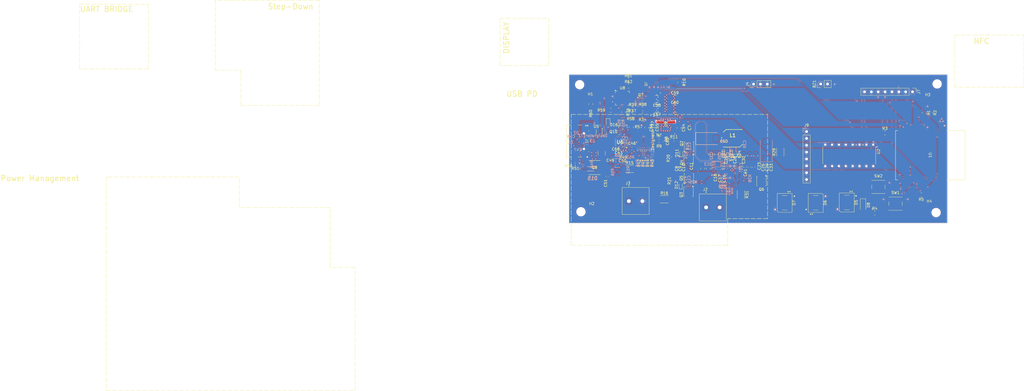
<source format=kicad_pcb>
(kicad_pcb (version 20240108) (generator "pcbnew") (generator_version "8.0")
  (title_block (title "SCAN") (date "2025-01-30") (rev "v1.0") (company "Jonah Sprandel"))
  (layers (0 "F.Cu" signal) (1 "In1.Cu" signal) (2 "In2.Cu" signal) (31 "B.Cu" signal) (34 "B.Paste" user) (35 "F.Paste" user) (36 "B.SilkS" user "B.Silkscreen") (37 "F.SilkS" user "F.Silkscreen") (38 "B.Mask" user) (39 "F.Mask" user) (44 "Edge.Cuts" user))
  (net 0 "")
  (net 1 "PGND")
  (net 2 "/Power Management/PMID")
  (net 3 "/Power Management/REGN")
  (net 4 "/Power Management/PV_IN")
  (net 5 "/Power Management/SYS")
  (net 6 "AGND")
  (net 7 "/Power Management/ACDRV1")
  (net 8 "/Power Management/VAC2")
  (net 9 "/Power Management/ACDRV2")
  (net 10 "/Power Management/BAT")
  (net 11 "/Power Management/BATP")
  (net 12 "/TFT_RESET_N")
  (net 13 "/VDC")
  (net 14 "Net-(D12-A)")
  (net 15 "Net-(D12-K)")
  (net 16 "/Power Management/VAC1")
  (net 17 "/RST")
  (net 18 "3.3V_SYS")
  (net 19 "/Power Management/VBUS")
  (net 20 "/Auto Download/RTS")
  (net 21 "/Auto Download/DTR")
  (net 22 "Net-(Q10-D)")
  (net 23 "/Power Management/SDRV")
  (net 24 "/Power Management/PROG")
  (net 25 "/Power Management/TS")
  (net 26 "/CHGR_VOUT")
  (net 27 "/Power Management/BAT_IN")
  (net 28 "/I2C_SDA")
  (net 29 "/I2C_SCL")
  (net 30 "/CHIP_PU")
  (net 31 "/KEYPAD_INT")
  (net 32 "/SAFE_PWR")
  (net 33 "1.8V_VCCD")
  (net 34 "/USB_D+")
  (net 35 "/USB_D-")
  (net 36 "/USB_VBUS")
  (net 37 "/Power Management/SW1")
  (net 38 "/Power Management/BTST1")
  (net 39 "/Power Management/BTST2")
  (net 40 "/Power Management/SW2")
  (net 41 "/Power Management/ILIM_HIZ")
  (net 42 "/Power Management/STAT")
  (net 43 "/GPIO16_BREAKOUT")
  (net 44 "/UART_RXD")
  (net 45 "/PD_GPIO")
  (net 46 "/SPI_MISO")
  (net 47 "/PD_INT")
  (net 48 "/UART_TXD")
  (net 49 "/PIR_OUT")
  (net 50 "/SPI_CLK")
  (net 52 "/BUZZER_PWM")
  (net 53 "/TFT_DC")
  (net 54 "/BOOT")
  (net 55 "/SPI_MOSI")
  (net 56 "/TFT_CS")
  (net 57 "Net-(D11-A)")
  (net 58 "/USB_CC1")
  (net 59 "/USB_CC2")
  (net 60 "3.3V_VDDD")
  (net 61 "/USB Power Delivery/VBUS_MAX")
  (net 62 "/USB Power Delivery/ISNK_CRS")
  (net 63 "/USB Power Delivery/ISNK_FIN")
  (net 64 "/USB Power Delivery/PD_FAULT")
  (net 65 "/USB Power Delivery/VBUS_MIN")
  (net 66 "/USB Power Delivery/FET_GATE")
  (net 67 "Net-(D11-K)")
  (net 68 "Net-(D13-A)")
  (net 71 "Net-(Q6-D)")
  (net 72 "Net-(Q7A-B1)")
  (net 73 "Net-(Q7B-B2)")
  (net 74 "Net-(Q7B-C2)")
  (net 75 "Net-(Q7A-C1)")
  (net 76 "Net-(Q9-Pad1)")
  (net 77 "/USB Power Delivery/FET2_SRC")
  (net 78 "Net-(C50-Pad2)")
  (net 79 "Net-(U6-SAFE_PWR_EN)")
  (net 95 "Net-(U8-~{RST})")
  (net 102 "Net-(U8-~{SUSPEND})")
  (net 105 "/USB Power Delivery/FET_SRC")
  (net 106 "Net-(D16-K)")
  (net 107 "/USB Power Delivery/PD_FLIP")
  (net 108 "5V_SYS")
  (net 110 "/RGB_LED")
  (net 111 "/NFC_INT")
  (net 112 "/NFC_RST")
  (net 113 "/SPI_CS")
  (net 114 "/Display & RGB/RGB_12")
  (net 115 "/Display & RGB/RGB_23")
  (net 116 "/Display & RGB/RGB_1")
  (net 117 "/Keypad/P0")
  (net 118 "/Keypad/P3")
  (net 119 "/Keypad/P2")
  (net 120 "/Keypad/P1")
  (net 121 "/USB-to-UART Bridge/TXD")
  (net 122 "/USB-to-UART Bridge/RXD")
  (net 123 "/Keypad/P5")
  (net 124 "/Keypad/P4")
  (net 125 "/Keypad/P6")
  (net 126 "/Keypad/P7")
  (net 132 "Net-(U9-SS_FB2)")
  (net 137 "Net-(U9-RT)")
  (net 138 "Net-(U9-FB1)")
  (net 139 "Net-(C42-Pad1)")
  (net 141 "Net-(U6-VBUS_FET_EN)")
  (net 142 "/Logic Power/VCC")
  (footprint "Capacitor_SMD:C_1210_3225Metric" (layer "F.Cu") (at 96.135 77.03)
    (property "Reference" "C59")
    (property "Value" "22u")
  )
  (footprint "Resistor_SMD:R_0402_1005Metric" (layer "F.Cu") (at 59.26 102.24 180)
    (property "Reference" "R50")
    (property "Value" "0")
  )
  (footprint "LED_SMD:LED_WS2812B_PLCC4_5.0x5.0mm_P3.2mm" (layer "F.Cu") (at 159.8 115.38 -90)
    (property "Reference" "D5")
    (property "Value" "WS2812B")
  )
  (footprint "Resistor_SMD:R_0805_2012Metric" (layer "F.Cu") (at 64.99 78.8675 90)
    (property "Reference" "R60")
    (property "Value" "0Ω")
  )
  (footprint "Capacitor_SMD:C_0805_2012Metric" (layer "F.Cu") (at 106.428056 102.79 -90)
    (property "Reference" "C8")
    (property "Value" "10u")
  )
  (footprint "Resistor_SMD:R_2010_5025Metric" (layer "F.Cu") (at 92.2525 114.19)
    (property "Reference" "R16")
    (property "Value" "0")
  )
  (footprint "Capacitor_SMD:C_0402_1005Metric" (layer "F.Cu") (at 120.8225 102 -90)
    (property "Reference" "C23")
    (property "Value" "0.1u")
  )
  (footprint "Resistor_SMD:R_0603_1608Metric" (layer "F.Cu") (at 86.202222 96.165 -90)
    (property "Reference" "R44")
    (property "Value" "2.4k")
  )
  (footprint "Capacitor_SMD:C_0402_1005Metric" (layer "F.Cu") (at 71.08 105.71 -90)
    (property "Reference" "C51")
    (property "Value" "1u")
  )
  (footprint "Capacitor_SMD:C_0402_1005Metric" (layer "F.Cu") (at 118.612501 99.489999 180)
    (property "Reference" "C22")
    (property "Value" "0.1u")
  )
  (footprint "Resistor_SMD:R_0805_2012Metric" (layer "F.Cu") (at 173.93 89.59)
    (property "Reference" "R3")
    (property "Value" "10k")
  )
  (footprint "Connector_PinHeader_2.54mm:PinHeader_1x02_P2.54mm_Vertical" (layer "F.Cu") (at 150.155 71.45 90)
    (property "Reference" "BZ1")
    (property "Value" "Buzzer")
  )
  (footprint "SCAN_footprints:SO8_IRF9358TRPBF_INF" (layer "F.Cu") (at 66.43 102.42)
    (property "Reference" "Q8")
    (property "Value" "IRF9358TRPBF")
  )
  (footprint "Resistor_SMD:R_0402_1005Metric" (layer "F.Cu") (at 74.35 98.66)
    (property "Reference" "R49")
    (property "Value" "10k")
  )
  (footprint "Package_SON:VSON-8_3.3x3.3mm_P0.65mm_NexFET" (layer "F.Cu") (at 101.21 111.36 -90)
    (property "Reference" "Q3")
    (property "Value" "CSD17581Q3A")
  )
  (footprint "Resistor_SMD:R_0402_1005Metric" (layer "F.Cu") (at 95.799063 92.18656)
    (property "Reference" "R11")
    (property "Value" "32k")
  )
  (footprint "MountingHole:MountingHole_3.2mm_M3" (layer "F.Cu") (at 60.9 71.7)
    (property "Reference" "H1")
    (property "Value" "MountingHole_Pad")
  )
  (footprint "Capacitor_SMD:C_0603_1608Metric" (layer "F.Cu") (at 80.27 95.43)
    (property "Reference" "C46")
    (property "Value" "1u")
  )
  (footprint "Package_SON:VSON-8_3.3x3.3mm_P0.65mm_NexFET" (layer "F.Cu") (at 101.3725 94.615 90)
    (property "Reference" "Q2")
    (property "Value" "CSD17581Q3A")
  )
  (footprint "Resistor_SMD:R_0402_1005Metric" (layer "F.Cu") (at 59.26 101.18)
    (property "Reference" "R51")
    (property "Value" "1k")
  )
  (footprint "Capacitor_SMD:C_0603_1608Metric" (layer "F.Cu") (at 112.4625 103.185 90)
    (property "Reference" "C18")
    (property "Value" "4.7u")
  )
  (footprint "Resistor_SMD:R_0603_1608Metric" (layer "F.Cu") (at 84.544444 96.165 90)
    (property "Reference" "R41")
    (property "Value" "5k")
  )
  (footprint "Resistor_SMD:R_0805_2012Metric" (layer "F.Cu") (at 78.97 72.26)
    (property "Reference" "R62")
    (property "Value" "0Ω")
  )
  (footprint "Capacitor_SMD:C_0805_2012Metric" (layer "F.Cu") (at 110.5025 102.77 -90)
    (property "Reference" "C10")
    (property "Value" "10u")
  )
  (footprint "SCAN_footprints:QFN50P400X400X60-25N-D" (layer "F.Cu") (at 75.86 93 180)
    (property "Reference" "U6")
    (property "Value" "CYPD3177-24LQXQ" (hide yes))
  )
  (footprint "Resistor_SMD:R_0805_2012Metric" (layer "F.Cu") (at 190.85 82.13 -90)
    (property "Reference" "R2")
    (property "Value" "2.2k")
  )
  (footprint "Resistor_SMD:R_0805_2012Metric" (layer "F.Cu") (at 80.01 87.5 -90)
    (property "Reference" "R57")
    (property "Value" "100k")
  )
  (footprint "Capacitor_SMD:C_0402_1005Metric" (layer "F.Cu") (at 115.8225 106.48 -90)
    (property "Reference" "C17")
    (property "Value" "0.01u")
  )
  (footprint "Resistor_SMD:R_2010_5025Metric" (layer "F.Cu") (at 79.41 102.93)
    (property "Reference" "R15")
    (property "Value" "0")
  )
  (footprint "Capacitor_SMD:C_0805_2012Metric" (layer "F.Cu") (at 87.889062 87.609062 -90)
    (property "Reference" "C55")
    (property "Value" "10u")
  )
  (footprint "LED_SMD:LED_WS2812B_PLCC4_5.0x5.0mm_P3.2mm" (layer "F.Cu") (at 148.3 115.5025 90)
    (property "Reference" "D6")
    (property "Value" "WS2812B")
  )
  (footprint "SCAN_footprints:ESP32-C6-WROOM-1-N8" (layer "F.Cu") (at 190.73 97.85 -90)
    (property "Reference" "U1")
    (property "Value" "ESP32-C6-WROOM-1-N8")
  )
  (footprint "Resistor_SMD:R_0805_2012Metric" (layer "F.Cu") (at 97.98 70.8175 -90)
    (property "Reference" "R10")
    (property "Value" "10k")
  )
  (footprint "Capacitor_SMD:C_0805_2012Metric" (layer "F.Cu") (at 121.602501 98.039999 90)
    (property "Reference" "C25")
    (property "Value" "10u")
  )
  (footprint "Resistor_SMD:R_0402_1005Metric" (layer "F.Cu") (at 90.289063 93.35656 180)
    (property "Reference" "R9")
    (property "Value" "19k")
  )
  (footprint "MountingHole:MountingHole_3.2mm_M3" (layer "F.Cu") (at 192.88 119.11)
    (property "Reference" "H4")
    (property "Value" "MountingHole_Pad")
  )
  (footprint "SCAN_footprints:12-pin-0.7mm-FPC-Pad" (layer "F.Cu") (at 90.58 71.35)
    (property "Reference" "J8")
    (property "Value" "Conn_01x12")
  )
  (footprint "Capacitor_SMD:C_0402_1005Metric" (layer "F.Cu") (at 74.32 99.93)
    (property "Reference" "C50")
    (property "Value" "1u")
  )
  (footprint "Resistor_SMD:R_2010_5025Metric" (layer "F.Cu") (at 135.1925 96.69 90)
    (property "Reference" "R29")
    (property "Value" "0.01")
  )
  (footprint "SCAN_footprints:SW_SPST_PTS647_Sx38" (layer "F.Cu") (at 177.855 115.8)
    (property "Reference" "SW1")
    (property "Value" "SW_Push")
  )
  (footprint "MountingHole:MountingHole_3.2mm_M3" (layer "F.Cu") (at 193.26 71.43)
    (property "Reference" "H3")
    (property "Value" "MountingHole_Pad")
  )
  (footprint "Capacitor_SMD:C_0603_1608Metric" (layer "F.Cu") (at 123.7325 102.295 -90)
    (property "Reference" "C29")
    (property "Value" "10u")
  )
  (footprint "Capacitor_SMD:C_0402_1005Metric" (layer "F.Cu") (at 120.8225 103.92 -90)
    (property "Reference" "C41")
    (property "Value" "47nF")
  )
  (footprint "SCAN_footprints:RCH0028A-MFG" (layer "F.Cu") (at 92.799063 86.379061 90)
    (property "Reference" "U9")
    (property "Value" "TPSM64406RCHR")
  )
  (footprint "Resistor_SMD:R_0603_1608Metric" (layer "F.Cu") (at 87.86 96.165 90)
    (property "Reference" "R43")
    (property "Value" "5k")
  )
  (footprint "Connector_PinHeader_2.54mm:PinHeader_1x03_P2.54mm_Vertical" (layer "F.Cu") (at 125.295 71.5 90)
    (property "Reference" "J4")
    (property "Value" "PIR_CONNECTOR")
  )
  (footprint "Resistor_SMD:R_0805_2012Metric" (layer "F.Cu") (at 188.48 82.13 -90)
    (property "Reference" "R1")
    (property "Value" "2.2k")
  )
  (footprint "Capacitor_SMD:C_0603_1608Metric" (layer "F.Cu") (at 78.405 97.09)
    (property "Reference" "C43")
    (property "Value" "1u")
  )
  (footprint "Capacitor_SMD:C_0402_1005Metric" (layer "F.Cu") (at 113.7725 101.87 -90)
    (property "Reference" "C11")
    (property "Value" "0.1u")
  )
  (footprint "SCAN_footprints:TE_282856-2" (layer "F.Cu") (at 81.6225 114.85)
    (property "Reference" "J3")
    (property "Value" "PV_Panel_Connector")
  )
  (footprint "SCAN_footprints:DIP794W45P254L1969H508Q16" (layer "F.Cu") (at 160.71 97.92 -90)
    (property "Reference" "U2")
    (property "Value" "PCF8574")
  )
  (footprint "Resistor_SMD:R_0402_1005Metric" (layer "F.Cu") (at 94.189063 91.84656 90)
    (property "Reference" "R8")
    (property "Value" "100k")
  )
  (footprint "Resistor_SMD:R_0805_2012Metric" (layer "F.Cu") (at 187.38 112.6 180)
    (property "Reference" "R5")
    (property "Value" "10k")
  )
  (footprint "Resistor_SMD:R_2010_5025Metric" (layer "F.Cu") (at 120.6025 112.42 -90)
    (property "Reference" "R31")
    (property "Value" "0.01")
  )
  (footprint "Capacitor_SMD:C_1210_3225Metric" (layer "F.Cu") (at 96.125 80.59)
    (property "Reference" "C60")
    (property "Value" "22u")
  )
  (footprint "SCAN_footprints:TE_282856-2" (layer "F.Cu") (at 110.2325 117.19)
    (property "Reference" "J2")
    (property "Value" "Batt_Connector")
  )
  (footprint "Resistor_SMD:R_0805_2012Metric" (layer "F.Cu") (at 80.57 80.77)
    (property "Reference" "R39")
    (property "Value" "0Ω")
  )
  (footprint "Capacitor_Tantalum_SMD:CP_EIA-7343-31_Kemet-D" (layer "F.Cu") (at 108.282499 91.680001)
    (property "Reference" "C40")
    (property "Value" "33u")
  )
  (footprint "SCAN_footprints:SOT23_318-08_ONS" (layer "F.Cu") (at 76.9 87.4233)
    (property "Reference" "Q10")
    (property "Value" "NTR4503NT1G")
  )
  (footprint "LED_SMD:LED_WS2812B_PLCC4_5.0x5.0mm_P3.2mm" (layer "F.Cu") (at 136.8 115.5025 -90)
    (property "Reference" "D7")
    (property "Value" "WS2812B")
  )
  (footprint "Resistor_SMD:R_0805_2012Metric" (layer "F.Cu") (at 78.93 70.03)
    (property "Reference" "R61")
    (property "Value" "0Ω")
  )
  (footprint "SCAN_footprints:SPM6530" (layer "F.Cu") (at 117.6325 91.58)
    (property "Reference" "L1")
    (property "Value" "1.0u" (hide yes))
  )
  (footprint "Resistor_SMD:R_0402_1005Metric" (layer "F.Cu") (at 90.289063 91.65656)
    (property "Reference" "R7")
    (property "Value" "100k")
  )
  (footprint "SCAN_footprints:USB4110-GF-A_GCT" (layer "F.Cu") (at 60.1772 92.62 -90)
    (property "Reference" "J1")
    (property "Value" "USB_C_16P_Connector")
  )
  (footprint "Capacitor_SMD:C_0805_2012Metric" (layer "F.Cu") (at 109.4525 97.52 90)
    (property "Reference" "C31")
    (property "Value" "10u")
  )
  (footprint "SCAN_footprints:IC_BQ25798RQMR" (layer "F.Cu") (at 117.402501 102.59)
    (property "Reference" "U4")
    (property "Value" "BQ25798RQMR")
  )
  (footprint "Capacitor_SMD:C_0402_1005Metric" (layer "F.Cu") (at 74.26 96.75)
    (property "Reference" "C68")
    (property "Value" "100n")
  )
  (footprint "SCAN_footprints:SW_SPST_PTS647_Sx38" (layer "F.Cu") (at 171.515 109.6)
    (property "Reference" "SW2")
    (property "Value" "SW_Push")
  )
  (footprint "Diode_SMD:D_SOD-523" (layer "F.Cu") (at 98.5225 97.11 90)
    (property "Reference" "D11")
    (property "Value" "12V")
  )
  (footprint "Capacitor_SMD:C_0603_1608Metric" (layer "F.Cu") (at 125.3225 102.295 -90)
    (property "Reference" "C33")
    (property "Value" "10u")
  )
  (footprint "Capacitor_SMD:C_0805_2012Metric" (layer "F.Cu") (at 99.989062 87.699062 -90)
    (property "Reference" "C7")
    (property "Value" "10u")
  )
  (footprint "Package_DFN_QFN:QFN-28-1EP_5x5mm_P0.5mm_EP3.35x3.35mm" (layer "F.Cu") (at 76.74 76.72)
    (property "Reference" "U8")
    (property "Value" "CP2102N-A02-xQFN28")
  )
  (footprint "Resistor_SMD:R_0805_2012Metric" (layer "F.Cu") (at 170.1675 119.23)
    (property "Reference" "R4")
    (property "Value" "10k")
  )
  (footprint "Capacitor_SMD:C_1210_3225Metric" (layer "F.Cu") (at 69.05 97.12 -90)
    (property "Reference" "C49")
    (property "Value" "3.3u")
  )
  (footprint "Resistor_SMD:R_0805_2012Metric" (layer "F.Cu") (at 77.17 81.85 -90)
    (property "Reference" "R36")
    (property "Value" "0Ω")
  )
  (footprint "Capacitor_SMD:C_0603_1608Metric" (layer "F.Cu") (at 122.1425 102.295 -90)
    (property "Reference" "C26")
    (property "Value" "10u")
  )
  (footprint "Capacitor_SMD:C_0805_2012Metric" (layer "F.Cu") (at 113.8825 97.52 90)
    (property "Reference" "C24")
    (property "Value" "10u")
  )
  (footprint "Package_SON:VSON-8_3.3x3.3mm_P0.65mm_NexFET" (layer "F.Cu") (at 101.2775 99.56 -90)
    (property "Reference" "Q4")
    (property "Value" "CSD17581Q3A")
  )
  (footprint "Diode_SMD:D_SOD-123" (layer "F.Cu") (at 165.8375 116.3425 -90)
    (property "Reference" "D8")
    (property "Value" "1N4148W")
  )
  (footprint "Capacitor_SMD:C_0805_2012Metric" (layer "F.Cu") (at 111.6825 97.52 90)
    (property "Reference" "C27")
    (property "Value" "10u")
  )
  (footprint "MountingHole:MountingHole_3.2mm_M3" (layer "F.Cu") (at 61.37 118.81)
    (property "Reference" "H2")
    (property "Value" "MountingHole_Pad")
  )
  (footprint "Capacitor_SMD:C_1210_3225Metric" (layer "F.Cu") (at 89.5 77.04 180)
    (property "Reference" "C58")
    (property "Value" "22u")
  )
  (footprint "Capacitor_SMD:C_0805_2012Metric" (layer "F.Cu") (at 126.102501 98.039999 90)
    (property "Reference" "C30")
    (property "Value" "10u")
  )
  (footprint "Capacitor_SMD:C_0402_1005Metric" (layer "F.Cu") (at 116.2125 99.46)
    (property "Reference" "C21")
    (property "Value" "0.1u")
  )
  (footprint "Resistor_SMD:R_0805_2012Metric" (layer "F.Cu") (at 80.39 83.05)
    (property "Reference" "R37")
    (property "Value" "10k")
  )
  (footprint "Capacitor_SMD:C_0805_2012Metric" (layer "F.Cu") (at 108.480278 102.77 -90)
    (property "Reference" "C9")
    (property "Value" "10u")
  )
  (footprint "Resistor_SMD:R_0805_2012Metric" (layer "F.Cu") (at 84.18 82.99 180)
    (property "Reference" "R34")
    (property "Value" "10k")
  )
  (footprint "Diode_SMD:D_SOD-523" (layer "F.Cu") (at 98.3 109.135 90)
    (property "Reference" "D12")
    (property "Value" "12V")
  )
  (footprint "Capacitor_SMD:C_0402_1005Metric" (layer "F.Cu") (at 92.279063 92.73656 -90)
    (property "Reference" "C61")
    (property "Value" "1u")
  )
  (footprint "Capacitor_SMD:C_0805_2012Metric" (layer "F.Cu") (at 123.852501 98.039999 90)
    (property "Reference" "C28")
    (property "Value" "10u")
  )
  (footprint "Resistor_SMD:R_0603_1608Metric" (layer "F.Cu") (at 76.595 84.49)
    (property "Reference" "R58")
    (property "Value" "1k")
  )
  (footprint "Connector_PinHeader_2.54mm:PinHeader_1x08_P2.54mm_Vertical" (layer "F.Cu") (at 144.92 89.085)
    (property "Reference" "J9")
    (property "Value" "Keypad")
  )
  (footprint "LED_SMD:LED_0603_1608Metric" (layer "F.Cu") (at 71.43 85.79 -90)
    (property "Reference" "D16")
    (property "Value" "RED")
  )
  (footprint "Resistor_SMD:R_0603_1608Metric" (layer "F.Cu") (at 82.886666 96.165 -90)
    (property "Reference" "R42")
    (property "Value" "1k")
  )
  (footprint "Resistor_SMD:R_0805_2012Metric" (layer "F.Cu") (at 84.25 80.68)
    (property "Reference" "R38")
    (property "Value" "0Ω")
  )
  (footprint "Package_TO_SOT_SMD:SOT-363_SC-70-6" (layer "F.Cu") (at 83.52 77.8)
    (property "Reference" "Q7")
    (property "Value" "BC847BDW1")
  )
  (footprint "Capacitor_SMD:C_0805_2012Metric" (layer "F.Cu") (at 85.699062 87.609062 -90)
    (property "Reference" "C56")
    (property "Value" "10u")
  )
  (footprint "Resistor_SMD:R_0805_2012Metric" (layer "F.Cu") (at 72.42 81.19)
    (property "Reference" "R59")
    (property "Value" "1k")
  )
  (footprint "Package_SON:VSON-8_3.3x3.3mm_P0.65mm_NexFET" (layer "F.Cu") (at 101.305 106.36 90)
    (property "Reference" "Q5")
    (property "Value" "CSD17581Q3A")
  )
  (footprint "Capacitor_SMD:C_0402_1005Metric" (layer "F.Cu") (at 117.4225 106.48 -90)
    (property "Reference" "C16")
    (property "Value" "0.01u")
  )
  (footprint "Resistor_SMD:R_0805_2012Metric" (layer "F.Cu") (at 95.7425 107.31 90)
    (property "Reference" "R21")
    (property "Value" "0")
  )
  (footprint "Capacitor_SMD:C_1210_3225Metric" (layer "F.Cu") (at 89.51 80.49 180)
    (property "Reference" "C57")
    (property "Value" "22u")
  )
  (footprint "Capacitor_SMD:C_0805_2012Metric" (layer "F.Cu") (at 97.689062 87.699062 -90)
    (property "Reference" "C54")
    (property "Value" "10u")
  )
  (footprint "Resistor_SMD:R_0805_2012Metric" (layer "F.Cu") (at 95.7425 98.5 -90)
    (property "Reference" "R20")
    (property "Value" "0")
  )
  (footprint "Connector_PinHeader_2.54mm:PinHeader_1x08_P2.54mm_Vertical" (layer "F.Cu") (at 184.15 74.34 -90)
    (property "Reference" "J7")
    (property "Value" "Conn_01x08")
  )
  (footprint "Package_SON:VSON-8_3.3x3.3mm_P0.65mm_NexFET" (layer "F.Cu") (at 128.2625 107.43 -90)
    (property "Reference" "Q6")
    (property "Value" "CSD17575Q3")
  )
  (footprint "Package_SON:WSON-6-1EP_2x2mm_P0.65mm_EP1x1.6mm" (layer "F.Cu") (at 68.17 89.32 -90)
    (property "Reference" "U5")
    (property "Value" "TVS2200DRV")
  )
  (footprint "SCAN_footprints:X2SON2_DPL_TEX" (layer "B.Cu") (at 59.1578 92.99 180)
    (property "Reference" "D1")
    (property "Value" "ESD441")
  )
  (footprint "Resistor_SMD:R_0402_1005Metric" (layer "B.Cu") (at 77.11 88.63 -90)
    (property "Reference" "R55")
    (property "Value" "2k")
  )
  (footprint "SCAN_footprints:PG-TSOP6-6-4_INF" (layer "B.Cu") (at 74.86095 100.739999 180)
    (property "Reference" "Q9")
    (property "Value" "BSL308PE")
  )
  (footprint "Resistor_SMD:R_0603_1608Metric" (layer "B.Cu") (at 116.3725 110.42)
    (property "Reference" "R22")
    (property "Value" "127k")
  )
  (footprint "SCAN_footprints:X2SON2_DPL_TEX" (layer "B.Cu") (at 61.3322 89.61 180)
    (property "Reference" "D2")
    (property "Value" "ESD441")
  )
  (footprint "Resistor_SMD:R_0402_1005Metric" (layer "B.Cu") (at 75.64 88.59 -90)
    (property "Reference" "R54")
    (property "Value" "2k")
  )
  (footprint "Resistor_SMD:R_0603_1608Metric" (layer "B.Cu") (at 84.544444 96.165 90)
    (property "Reference" "R45")
    (property "Value" "5.1k")
  )
  (footprint "Resistor_SMD:R_0402_1005Metric" (layer "B.Cu") (at 79.31 98.1 90)
    (property "Reference" "R53")
    (property "Value" "1k")
  )
  (footprint "Capacitor_SMD:C_0805_2012Metric" (layer "B.Cu") (at 111.6825 97.52 90)
    (property "Reference" "C34")
    (property "Value" "10u")
  )
  (footprint "Capacitor_SMD:C_0805_2012Metric" (layer "B.Cu") (at 121.602501 98.039999 90)
    (property "Reference" "C32")
    (property "Value" "10u")
  )
  (footprint "Resistor_SMD:R_0603_1608Metric" (layer "B.Cu") (at 82.886666 96.165 -90)
    (property "Reference" "R46")
    (property "Value" "5.1k")
  )
  (footprint "Resistor_SMD:R_0402_1005Metric" (layer "B.Cu") (at 100.6125 96.98 90)
    (property "Reference" "R18")
    (property "Value" "100k")
  )
  (footprint "Resistor_SMD:R_0402_1005Metric" (layer "B.Cu") (at 100.5 109.369999 90)
    (property "Reference" "R19")
    (property "Value" "100k")
  )
  (footprint "Resistor_SMD:R_0603_1608Metric" (layer "B.Cu") (at 86.202222 96.165 -90)
    (property "Reference" "R48")
    (property "Value" "1k")
  )
  (footprint "Capacitor_SMD:C_0402_1005Metric" (layer "B.Cu") (at 114.8025 106.51 -90)
    (property "Reference" "C12")
    (property "Value" "0.1u")
  )
  (footprint "Capacitor_SMD:C_0603_1608Metric" (layer "B.Cu") (at 60.655 94.34 180)
    (property "Reference" "C47")
    (property "Value" "390p")
  )
  (footprint "Capacitor_SMD:C_0805_2012Metric" (layer "B.Cu") (at 109.4525 97.52 90)
    (property "Reference" "C36")
    (property "Value" "10u")
  )
  (footprint "Capacitor_Tantalum_SMD:CP_EIA-7343-31_Kemet-D" (layer "B.Cu") (at 130.0025 95.877499 90)
    (property "Reference" "C39")
    (property "Value" "33u")
  )
  (footprint "Capacitor_SMD:C_0805_2012Metric" (layer "B.Cu") (at 126.102501 98.039999 90)
    (property "Reference" "C37")
    (property "Value" "10u")
  )
  (footprint "Capacitor_SMD:C_0805_2012Metric" (layer "B.Cu") (at 123.852501 98.039999 90)
    (property "Reference" "C35")
    (property "Value" "10u")
  )
  (footprint "Resistor_SMD:R_0402_1005Metric" (layer "B.Cu") (at 62.11 101.24 -90)
    (property "Reference" "R40")
    (property "Value" "49.9k")
  )
  (footprint "Resistor_SMD:R_0603_1608Metric" (layer "B.Cu") (at 116.3725 112.01 180)
    (property "Reference" "R23")
    (property "Value" "100k")
  )
  (footprint "Capacitor_SMD:C_0402_1005Metric" (layer "B.Cu") (at 101.5 109.349999 90)
    (property "Reference" "C14")
    (property "Value" "1nF")
  )
  (footprint "Resistor_SMD:R_0603_1608Metric" (layer "B.Cu") (at 87.86 96.165 90)
    (property "Reference" "R47")
    (property "Value" "DNP")
  )
  (footprint "LED_SMD:LED_0805_2012Metric" (layer "B.Cu") (at 111.4625 101.19 180)
    (property "Reference" "D13")
    (property "Value" "LED")
  )
  (footprint "Capacitor_SMD:C_0402_1005Metric" (layer "B.Cu") (at 78.13 94.79 90)
    (property "Reference" "C44")
    (property "Value" "0.1u")
  )
  (footprint "Capacitor_SMD:C_0402_1005Metric" (layer "B.Cu") (at 113.7925 106.52 -90)
    (property "Reference" "C15")
    (property "Value" "0.1u")
  )
  (footprint "Resistor_SMD:R_0603_1608Metric" (layer "B.Cu") (at 122.4725 106.44 -90)
    (property "Reference" "R28")
    (property "Value" "100")
  )
  (footprint "Capacitor_SMD:C_0402_1005Metric" (layer "B.Cu") (at 119.2825 102.07 90)
    (property "Reference" "C20")
    (property "Value" "47nF")
  )
  (footprint "Capacitor_Tantalum_SMD:CP_EIA-7343-31_Kemet-D" (layer "B.Cu") (at 108.2825 91.68)
    (property "Reference" "C38")
    (property "Value" "33u")
  )
  (footprint "SCAN_footprints:DMY0003A" (layer "B.Cu") (at 65.674999 92.6 180)
    (property "Reference" "U3")
    (property "Value" "ESD122")
  )
  (footprint "Resistor_SMD:R_0603_1608Metric" (layer "B.Cu") (at 116.3775 108.83)
    (property "Reference" "R26")
    (property "Value" "6.04k")
  )
  (footprint "Capacitor_SMD:C_0603_1608Metric" (layer "B.Cu") (at 60.74 90.91 180)
    (property "Reference" "C48")
    (property "Value" "390p")
  )
  (footprint "Capacitor_SMD:C_0402_1005Metric" (layer "B.Cu") (at 115.5025 101.889999 90)
    (property "Reference" "C19")
    (property "Value" "47n")
  )
  (footprint "Resistor_SMD:R_0603_1608Metric" (layer "B.Cu") (at 106.0825 107.8)
    (property "Reference" "R25")
    (property "Value" "294")
  )
  (footprint "Resistor_SMD:R_0402_1005Metric" (layer "B.Cu") (at 77.22 98.62)
    (property "Reference" "R52")
    (property "Value" "49.9k")
  )
  (footprint "Capacitor_SMD:C_0402_1005Metric" (layer "B.Cu") (at 77.01 94.79 90)
    (property "Reference" "C45")
    (property "Value" "0.1u")
  )
  (footprint "Capacitor_SMD:C_0402_1005Metric" (layer "B.Cu") (at 101.6125 96.96 90)
    (property "Reference" "C13")
    (property "Value" "1nF")
  )
  (footprint "Resistor_SMD:R_0805_2012Metric" (layer "B.Cu") (at 74.74 104.14 -90)
    (property "Reference" "R56")
    (property "Value" "0")
  )
  (footprint "SCAN_footprints:SODFL3516X120N" (layer "B.Cu") (at 64.97 102.91 180)
    (property "Reference" "D15")
    (property "Value" "NZH10C-115" (hide yes))
  )
  (footprint "Resistor_SMD:R_0402_1005Metric" (layer "B.Cu") (at 110.5425 103.78 90)
    (property "Reference" "R27")
    (property "Value" "2.2k")
  )
  (footprint "Resistor_SMD:R_0603_1608Metric" (layer "B.Cu") (at 100.3225 100.82 -90)
    (property "Reference" "R24")
    (property "Value" "294")
  )
  (gr_rect (start -124.2625 41.87) (end -98.7625 65.87) (stroke (width 0.15) (type dash)) (fill none) (layer "F.SilkS"))
  (gr_rect (start 199.81 53.3) (end 225.37 72.63) (stroke (width 0.15) (type dash)) (fill none) (layer "F.SilkS"))
  (gr_poly (pts (xy 57.76 82.72) (xy 130.48 82.72) (xy 130.48 121.36) (xy 115.75 121.36) (xy 115.75 131.24) (xy 57.76 131.24)) (stroke (width 0.15) (type dash)) (fill solid) (layer "F.SilkS"))
  (gr_poly (pts (xy -22.228334 185.1525) (xy -22.228334 139.4325) (xy -31.438334 139.4325) (xy -31.438334 117.2525) (xy -65.088334 117.2525) (xy -65.088334 105.9125) (xy -114.341709 105.9125) (xy -114.384971 185.1525)) (stroke (width 0.15) (type dash)) (fill none) (layer "F.SilkS"))
  (gr_rect (start 31.43 47.11) (end 49.43 64.61) (stroke (width 0.15) (type dash)) (fill none) (layer "F.SilkS"))
  (gr_poly (pts (xy -35.5205 40.38) (xy -74.0205 40.38) (xy -74.0205 66.38) (xy -64.5205 66.38) (xy -64.5205 79.38) (xy -35.5205 79.38)) (stroke (width 0.15) (type dash)) (fill none) (layer "F.SilkS"))
  (gr_rect (start 57 68) (end 197 123) (stroke (width 0.1)) (fill none) (layer "Edge.Cuts"))
  (gr_text "DISPLAY" (at 34.93 48.11 90) (layer "F.SilkS") (effects (font (size 2 2) (thickness 0.3)) (justify right bottom)))
  (gr_text "USB PD" (at 45.51 76.28 0) (layer "F.SilkS") (effects (font (size 2 2) (thickness 0.3)) (justify right bottom)))
  (gr_text "Power Management" (at -124.27 107.57 0) (layer "F.SilkS") (effects (font (size 2 2) (thickness 0.3)) (justify right bottom)))
  (gr_text "UART BRIDGE" (at -104.2625 44.87 0) (layer "F.SilkS") (effects (font (size 2 2) (thickness 0.3)) (justify right bottom)))
  (gr_text "NFC" (at 206.59 56.705 0) (layer "F.SilkS") (effects (font (size 2 2) (thickness 0.3)) (justify left bottom)))
  (gr_text "Step-Down" (at -37.5205 43.88 0) (layer "F.SilkS") (effects (font (size 2 2) (thickness 0.3)) (justify right bottom)))
  (segment (start 81.045 96.505) (end 81.05 96.51) (width 0.4) (layer "F.Cu") (net 1))
  (segment (start 78.84 88.4125) (end 78.8259 88.4266) (width 0.3) (layer "F.Cu") (net 1))
  (segment (start 75.95 95.93) (end 74.96 95.93) (width 0.3) (layer "F.Cu") (net 1))
  (segment (start 86.202222 96.99) (end 86.202222 98) (width 0.4) (layer "F.Cu") (net 1))
  (segment (start 76.11 95.77) (end 76.11 95) (width 0.3) (layer "F.Cu") (net 1))
  (segment (start 81.045 95.43) (end 81.045 96.505) (width 0.4) (layer "F.Cu") (net 1))
  (segment (start 82.886666 96.99) (end 82.886666 97.996666) (width 0.4) (layer "F.Cu") (net 1))
  (segment (start 75.49 96.75) (end 74.74 96.75) (width 0.25) (layer "F.Cu") (net 1))
  (segment (start 74.61 95.58) (end 74.61 95) (width 0.3) (layer "F.Cu") (net 1))
  (segment (start 78.84 88.4125) (end 80.01 88.4125) (width 0.3) (layer "F.Cu") (net 1))
  (segment (start 80.21 97.07) (end 79.2 97.07) (width 0.4) (layer "F.Cu") (net 1))
  (segment (start 74.96 95.93) (end 74.61 95.58) (width 0.3) (layer "F.Cu") (net 1))
  (segment (start 79.2 97.07) (end 79.18 97.09) (width 0.4) (layer "F.Cu") (net 1))
  (segment (start 75.95 95.93) (end 76.11 95.77) (width 0.3) (layer "F.Cu") (net 1))
  (segment (start 82.886666 97.996666) (end 82.89 98) (width 0.4) (layer "F.Cu") (net 1))
  (segment (start 78.8259 88.4266) (end 77.8525 88.4266) (width 0.3) (layer "F.Cu") (net 1))
  (via (at 58.2 92.99) (size 0.5) (drill 0.2) (layers "F.Cu" "B.Cu") (net 1))
  (via (at 93.04 77.88) (size 0.6) (drill 0.3) (layers "F.Cu" "B.Cu") (net 1))
  (via (at 58.73 94.35) (size 0.6) (drill 0.3) (layers "F.Cu" "B.Cu") (net 1))
  (via (at 59.97 91.97) (size 0.6) (drill 0.3) (layers "F.Cu" "B.Cu") (net 1))
  (via (at 61.22 95.93) (size 0.6) (drill 0.3) (layers "F.Cu" "B.Cu") (net 1))
  (via (at 65.38 96.86) (size 0.6) (drill 0.3) (layers "F.Cu" "B.Cu") (net 1))
  (via (at 92.549063 86.67906) (size 0.6) (drill 0.3) (layers "F.Cu" "B.Cu") (net 1))
  (via (at 76.19 94.02) (size 0.5) (drill 0.3) (layers "F.Cu" "B.Cu") (net 1))
  (via (at 117.3325 103.66) (size 0.5) (drill 0.3) (layers "F.Cu" "B.Cu") (net 1))
  (via (at 91.03 88.06) (size 0.6) (drill 0.3) (layers "F.Cu" "B.Cu") (net 1))
  (via (at 94.65 87.49) (size 0.6) (drill 0.3) (layers "F.Cu" "B.Cu") (net 1))
  (via (at 60.97 88.87) (size 0.5) (drill 0.2) (layers "F.Cu" "B.Cu") (net 1))
  (via (at 92.52 78.51) (size 0.6) (drill 0.3) (layers "F.Cu" "B.Cu") (net 1))
  (via (at 93.53 84.54) (size 0.6) (drill 0.3) (layers "F.Cu" "B.Cu") (net 1))
  (via (at 65.03 92.61) (size 0.5) (drill 0.2) (layers "F.Cu" "B.Cu") (net 1))
  (via (at 92.53 76.15) (size 0.6) (drill 0.3) (layers "F.Cu" "B.Cu") (net 1))
  (via (at 117.9325 98.56) (size 0.6) (drill 0.3) (layers "F.Cu" "B.Cu") (net 1))
  (via (at 66.97 96.86) (size 0.6) (drill 0.3) (layers "F.Cu" "B.Cu") (net 1))
  (via (at 91.86 84.57) (size 0.6) (drill 0.3) (layers "F.Cu" "B.Cu") (net 1))
  (via (at 94.41 84.5) (size 0.6) (drill 0.3) (layers "F.Cu" "B.Cu") (net 1))
  (via (at 93.04 80) (size 0.6) (drill 0.3) (layers "F.Cu" "B.Cu") (net 1))
  (via (at 81.05 96.51) (size 0.6) (drill 0.3) (layers "F.Cu" "B.Cu") (net 1))
  (via (at 65.38 98.1) (size 0.6) (drill 0.3) (layers "F.Cu" "B.Cu") (net 1))
  (via (at 91.92 88.78) (size 0.6) (drill 0.3) (layers "F.Cu" "B.Cu") (net 1))
  (via (at 92.75 86.07) (size 0.6) (drill 0.3) (layers "F.Cu" "B.Cu") (net 1))
  (via (at 91.89 87.3) (size 0.6) (drill 0.3) (layers "F.Cu" "B.Cu") (net 1))
  (via (at 117.5925 97.76) (size 0.6) (drill 0.3) (layers "F.Cu" "B.Cu") (net 1))
  (via (at 91.26 86.72) (size 0.6) (drill 0.3) (layers "F.Cu" "B.Cu") (net 1))
  (via (at 60.93 99.63) (size 0.6) (drill 0.3) (layers "F.Cu" "B.Cu") (net 1))
  (via (at 93.05 81) (size 0.6) (drill 0.3) (layers "F.Cu" "B.Cu") (net 1))
  (via (at 93.04 79.01) (size 0.6) (drill 0.3) (layers "F.Cu" "B.Cu") (net 1))
  (via (at 93.51 88.85) (size 0.6) (drill 0.3) (layers "F.Cu" "B.Cu") (net 1))
  (via (at 80.21 97.07) (size 0.6) (drill 0.3) (layers "F.Cu" "B.Cu") (net 1))
  (via (at 76.19 93.01) (size 0.5) (drill 0.3) (layers "F.Cu" "B.Cu") (net 1))
  (via (at 94.54 88.15) (size 0.6) (drill 0.3) (layers "F.Cu" "B.Cu") (net 1))
  (via (at 94.19 86.73) (size 0.6) (drill 0.3) (layers "F.Cu" "B.Cu") (net 1))
  (via (at 65.59 99.24) (size 0.6) (drill 0.3) (layers "F.Cu" "B.Cu") (net 1))
  (via (at 93.01 75.52) (size 0.6) (drill 0.3) (layers "F.Cu" "B.Cu") (net 1))
  (via (at 117.2325 98.55) (size 0.6) (drill 0.3) (layers "F.Cu" "B.Cu") (net 1))
  (via (at 82.89 98) (size 0.6) (drill 0.3) (layers "F.Cu" "B.Cu") (net 1))
  (via (at 75.95 95.93) (size 0.6) (drill 0.3) (layers "F.Cu" "B.Cu") (net 1))
  (via (at 94.29 88.79) (size 0.6) (drill 0.3) (layers "F.Cu" "B.Cu") (net 1))
  (via (at 92.51 80.56) (size 0.6) (drill 0.3) (layers "F.Cu" "B.Cu") (net 1))
  (via (at 91.05 88.72) (size 0.6) (drill 0.3) (layers "F.Cu" "B.Cu") (net 1))
  (via (at 78.84 88.4125) (size 0.6) (drill 0.3) (layers "F.Cu" "B.Cu") (net 1))
  (via (at 92.59 81.62) (size 0.6) (drill 0.3) (layers "F.Cu" "B.Cu") (net 1))
  (via (at 92.55 77.25) (size 0.6) (drill 0.3) (layers "F.Cu" "B.Cu") (net 1))
  (via (at 91.03 84.49) (size 0.6) (drill 0.3) (layers "F.Cu" "B.Cu") (net 1))
  (via (at 66.97 98.1) (size 0.6) (drill 0.3) (layers "F.Cu" "B.Cu") (net 1))
  (via (at 117.8425 103.28) (size 0.5) (drill 0.3) (layers "F.Cu" "B.Cu") (net 1))
  (via (at 66.77 99.24) (size 0.6) (drill 0.3) (layers "F.Cu" "B.Cu") (net 1))
  (via (at 76.19 91.94) (size 0.5) (drill 0.3) (layers "F.Cu" "B.Cu") (net 1))
  (via (at 93.06 76.64) (size 0.6) (drill 0.3) (layers "F.Cu" "B.Cu") (net 1))
  (via (at 91.01 87.38) (size 0.6) (drill 0.3) (layers "F.Cu" "B.Cu") (net 1))
  (via (at 92.7 84.62) (size 0.6) (drill 0.3) (layers "F.Cu" "B.Cu") (net 1))
  (via (at 92.52 79.52) (size 0.6) (drill 0.3) (layers "F.Cu" "B.Cu") (net 1))
  (via (at 61.22 97.93) (size 0.6) (drill 0.3) (layers "F.Cu" "B.Cu") (net 1))
  (via (at 75.49 96.75) (size 0.6) (drill 0.3) (layers "F.Cu" "B.Cu") (net 1))
  (via (at 92.73 85.41) (size 0.6) (drill 0.3) (layers "F.Cu" "B.Cu") (net 1))
  (via (at 116.7425 103.4) (size 0.5) (drill 0.3) (layers "F.Cu" "B.Cu") (net 1))
  (via (at 92.74 88.83) (size 0.6) (drill 0.3) (layers "F.Cu" "B.Cu") (net 1))
  (via (at 86.202222 98) (size 0.6) (drill 0.3) (layers "F.Cu" "B.Cu") (net 1))
  (via (at 117.3925 102.85) (size 0.5) (drill 0.3) (layers "F.Cu" "B.Cu") (net 1))
  (via (at 93.64 87.43) (size 0.6) (drill 0.3) (layers "F.Cu" "B.Cu") (net 1))
  (segment (start 59.97 91.97) (end 59.97 90.915) (width 0.25) (layer "B.Cu") (net 1))
  (segment (start 65.79 92.61) (end 65.8 92.6) (width 0.25) (layer "B.Cu") (net 1))
  (segment (start 86.202222 96.99) (end 86.202222 98) (width 0.4) (layer "B.Cu") (net 1))
  (segment (start 82.886666 97.996666) (end 82.89 98) (width 0.4) (layer "B.Cu") (net 1))
  (segment (start 82.886666 96.99) (end 82.886666 97.996666) (width 0.4) (layer "B.Cu") (net 1))
  (segment (start 60.97 89.4256) (end 61.1544 89.61) (width 0.2) (layer "B.Cu") (net 1))
  (segment (start 58.2 92.99) (end 58.98 92.99) (width 0.2) (layer "B.Cu") (net 1))
  (segment (start 59.88 94.34) (end 58.74 94.34) (width 0.25) (layer "B.Cu") (net 1))
  (segment (start 60.97 88.87) (end 60.97 89.4256) (width 0.2) (layer "B.Cu") (net 1))
  (segment (start 58.74 94.34) (end 58.73 94.35) (width 0.25) (layer "B.Cu") (net 1))
  (segment (start 65.03 92.61) (end 65.79 92.61) (width 0.25) (layer "B.Cu") (net 1))
  (segment (start 59.97 90.915) (end 59.965 90.91) (width 0.25) (layer "B.Cu") (net 1))
  (segment (start 116.5025 100.23) (end 115.7325 99.46) (width 0.25) (layer "F.Cu") (net 2))
  (segment (start 116.5025 100.865) (end 116.5025 100.23) (width 0.25) (layer "F.Cu") (net 2))
  (via (at 97.89 85.37) (size 0.6) (drill 0.3) (layers "F.Cu" "B.Cu") (net 2))
  (via (at 101.05 85.39) (size 0.6) (drill 0.3) (layers "F.Cu" "B.Cu") (net 2))
  (via (at 83.86 86.49) (size 0.6) (drill 0.3) (layers "F.Cu" "B.Cu") (net 2))
  (via (at 87.71 85.33) (size 0.6) (drill 0.3) (layers "F.Cu" "B.Cu") (net 2))
  (via (at 84.8 85.38) (size 0.6) (drill 0.3) (layers "F.Cu" "B.Cu") (net 2))
  (via (at 101.83 86.61) (size 0.6) (drill 0.3) (layers "F.Cu" "B.Cu") (net 2))
  (segment (start 115.502502 102.59) (end 114.7525 102.59) (width 0.2) (layer "F.Cu") (net 3))
  (segment (start 114.7525 102.59) (end 113.3825 103.96) (width 0.2) (layer "F.Cu") (net 3))
  (segment (start 113.3825 103.96) (end 112.4625 103.96) (width 0.2) (layer "F.Cu") (net 3))
  (segment (start 112.4625 105.22) (end 112.4625 103.96) (width 0.2) (layer "F.Cu") (net 3))
  (via (at 112.4625 105.22) (size 0.6) (drill 0.3) (layers "F.Cu" "B.Cu") (net 3))
  (segment (start 112.4625 108.217107) (end 112.4625 105.22) (width 0.2) (layer "B.Cu") (net 3))
  (segment (start 110.5425 104.71) (end 111.1525 105.32) (width 0.2) (layer "B.Cu") (net 3))
  (segment (start 114.665393 110.42) (end 112.4625 108.217107) (width 0.2) (layer "B.Cu") (net 3))
  (segment (start 110.5425 104.29) (end 110.5425 104.71) (width 0.2) (layer "B.Cu") (net 3))
  (segment (start 111.1525 105.32) (end 112.3625 105.32) (width 0.2) (layer "B.Cu") (net 3))
  (segment (start 112.3625 105.32) (end 112.4625 105.22) (width 0.2) (layer "B.Cu") (net 3))
  (segment (start 115.5475 110.42) (end 114.665393 110.42) (width 0.2) (layer "B.Cu") (net 3))
  (segment (start 118.302502 100.279998) (end 119.092501 99.489999) (width 0.25) (layer "F.Cu") (net 5))
  (segment (start 118.302502 100.890001) (end 118.302502 100.279998) (width 0.25) (layer "F.Cu") (net 5))
  (segment (start 175.22 114.21) (end 175.23 114.2) (width 0.2) (layer "F.Cu") (net 6))
  (segment (start 120.0125 102.35) (end 119.8525 102.19) (width 0.25) (layer "F.Cu") (net 6))
  (segment (start 156.38 117.83) (end 158.15 117.83) (width 0.5) (layer "F.Cu") (net 6))
  (segment (start 171.43 74.36) (end 171.45 74.34) (width 0.25) (layer "F.Cu") (net 6))
  (segment (start 86.74 71.36) (end 86.73 71.35) (width 0.2) (layer "F.Cu") (net 6))
  (segment (start 130.385 71.51) (end 130.375 71.5) (width 0.25) (layer "F.Cu") (net 6))
  (segment (start 149.96 113.0425) (end 149.95 113.0525) (width 0.5) (layer "F.Cu") (net 6))
  (segment (start 175.54 108.05) (end 174.19 108.05) (width 0.25) (layer "F.Cu") (net 6))
  (segment (start 135.14 117.9625) (end 135.15 117.9525) (width 0.5) (layer "F.Cu") (net 6))
  (segment (start 189.68 89.06) (end 189.64 89.1) (width 0.2) (layer "F.Cu") (net 6))
  (segment (start 74.12 76.05) (end 74.29 76.22) (width 0.2) (layer "F.Cu") (net 6))
  (segment (start 130.45 71.575) (end 130.375 71.5) (width 0.4) (layer "F.Cu") (net 6))
  (segment (start 180.49 114.21) (end 180.48 114.2) (width 0.2) (layer "F.Cu") (net 6))
  (segment (start 155.21 71.51) (end 155.15 71.45) (width 0.25) (layer "F.Cu") (net 6))
  (segment (start 73.13 76.05) (end 74.12 76.05) (width 0.2) (layer "F.Cu") (net 6))
  (segment (start 182.37 114.21) (end 180.49 114.21) (width 0.2) (layer "F.Cu") (net 6))
  (segment (start 151.86 113.0425) (end 149.96 113.0425) (width 0.5) (layer "F.Cu") (net 6))
  (segment (start 94.06 72.63) (end 94.43 72.26) (width 0.2) (layer "F.Cu") (net 6))
  (segment (start 89.89 72.6) (end 89.89 71.69) (width 0.2) (layer "F.Cu") (net 6))
  (segment (start 89.89 71.69) (end 90.23 71.35) (width 0.2) (layer "F.Cu") (net 6))
  (segment (start 89.89 71.71) (end 89.53 71.35) (width 0.2) (layer "F.Cu") (net 6))
  (segment (start 86.74 72.59) (end 86.74 71.36) (width 0.2) (layer "F.Cu") (net 6))
  (segment (start 87.43 71.35) (end 87.43 71.9) (width 0.2) (layer "F.Cu") (net 6))
  (segment (start 89.89 72.6) (end 89.89 71.71) (width 0.2) (layer "F.Cu") (net 6))
  (segment (start 119.8525 102.19) (end 119.302501 102.19) (width 0.25) (layer "F.Cu") (net 6))
  (segment (start 133.27 117.9625) (end 135.14 117.9625) (width 0.5) (layer "F.Cu") (net 6))
  (segment (start 155.15 71.45) (end 152.695 71.45) (width 0.25) (layer "F.Cu") (net 6))
  (segment (start 171.43 76.3) (end 171.43 74.36) (width 0.25) (layer "F.Cu") (net 6))
  (segment (start 175.23 114.2) (end 180.48 114.2) (width 0.2) (layer "F.Cu") (net 6))
  (segment (start 87.43 71.9) (end 86.74 72.59) (width 0.2) (layer "F.Cu") (net 6))
  (segment (start 195.99 86.94) (end 195.99 89.1) (width 0.2) (layer "F.Cu") (net 6))
  (segment (start 94.43 72.26) (end 94.43 71.35) (width 0.2) (layer "F.Cu") (net 6))
  (segment (start 119.302501 102.19) (end 119.3025 102.190001) (width 0.25) (layer "F.Cu") (net 6))
  (segment (start 174.14 108) (end 168.89 108) (width 0.2) (layer "F.Cu") (net 6))
  (segment (start 173.46 114.21) (end 175.22 114.21) (width 0.2) (layer "F.Cu") (net 6))
  (segment (start 189.68 87.55) (end 189.68 89.06) (width 0.2) (layer "F.Cu") (net 6))
  (segment (start 174.19 108.05) (end 174.14 108) (width 0.25) (layer "F.Cu") (net 6))
  (segment (start 132.76 71.51) (end 130.385 71.51) (width 0.25) (layer "F.Cu") (net 6))
  (via (at 113.5625 107.91) (size 0.6) (drill 0.3) (layers "F.Cu" "B.Cu") (net 6))
  (via (at 171.43 76.3) (size 0.6) (drill 0.3) (layers "F.Cu" "B.Cu") (net 6))
  (via (at 182.37 114.21) (size 0.6) (drill 0.3) (layers "F.Cu" "B.Cu") (net 6))
  (via (at 120.0125 102.35) (size 0.4) (drill 0.2) (layers "F.Cu" "B.Cu") (net 6))
  (via (at 173.46 114.21) (size 0.6) (drill 0.3) (layers "F.Cu" "B.Cu") (net 6))
  (via (at 163.34 94.06) (size 0.6) (drill 0.3) (layers "F.Cu" "B.Cu") (net 6))
  (via (at 195.99 86.94) (size 0.6) (drill 0.3) (layers "F.Cu" "B.Cu") (net 6))
  (via (at 114.0725 109.12) (size 0.6) (drill 0.3) (layers "F.Cu" "B.Cu") (net 6))
  (via (at 151.86 113.0425) (size 1) (drill 0.5) (layers "F.Cu" "B.Cu") (net 6))
  (via (at 156.38 117.83) (size 1) (drill 0.5) (layers "F.Cu" "B.Cu") (net 6))
  (via (at 73.13 76.05) (size 0.6) (drill 0.3) (layers "F.Cu" "B.Cu") (net 6))
  (via (at 89.89 72.6) (size 0.6) (drill 0.3) (layers "F.Cu" "B.Cu") (net 6))
  (via (at 94.06 72.63) (size 0.6) (drill 0.3) (layers "F.Cu" "B.Cu") (net 6))
  (via (at 175.54 108.05) (size 0.6) (drill 0.3) (layers "F.Cu" "B.Cu") (net 6))
  (via (at 165.81 93.95) (size 0.6) (drill 0.3) (layers "F.Cu" "B.Cu") (net 6))
  (via (at 86.74 72.59) (size 0.6) (drill 0.3) (layers "F.Cu" "B.Cu") (net 6))
  (via (at 189.68 87.55) (size 0.6) (drill 0.3) (layers "F.Cu" "B.Cu") (net 6))
  (via (at 132.76 71.51) (size 0.6) (drill 0.3) (layers "F.Cu" "B.Cu") (net 6))
  (via (at 155.21 71.51) (size 0.6) (drill 0.3) (layers "F.Cu" "B.Cu") (net 6))
  (via (at 133.27 117.9625) (size 1) (drill 0.5) (layers "F.Cu" "B.Cu") (net 6))
  (via (at 114.4825 107.83) (size 0.6) (drill 0.3) (layers "F.Cu" "B.Cu") (net 6))
  (via (at 170.93 94.76) (size 0.6) (drill 0.3) (layers "F.Cu" "B.Cu") (net 6))
  (via (at 113.5425 111.02) (size 0.6) (drill 0.3) (layers "F.Cu" "B.Cu") (net 6))
  (segment (start 113.7925 107) (end 113.7925 107.68) (width 0.2) (layer "B.Cu") (net 6))
  (segment (start 115.5525 108.83) (end 114.3625 108.83) (width 0.2) (layer "B.Cu") (net 6))
  (segment (start 114.3625 108.83) (end 114.0725 109.12) (width 0.2) (layer "B.Cu") (net 6))
  (segment (start 163.34 94.06) (end 164.41 94.06) (width 0.25) (layer "B.Cu") (net 6))
  (segment (start 113.7925 107.68) (end 113.5625 107.91) (width 0.2) (layer "B.Cu") (net 6))
  (segment (start 165.81 93.95) (end 167.06 93.95) (width 0.25) (layer "B.Cu") (net 6))
  (segment (start 164.41 94.06) (end 164.52 93.95) (width 0.25) (layer "B.Cu") (net 6))
  (segment (start 114.4825 107.83) (end 114.4825 107.31) (width 0.2) (layer "B.Cu") (net 6))
  (segment (start 169.6 93.95) (end 170.12 93.95) (width 0.25) (layer "B.Cu") (net 6))
  (segment (start 115.5475 112.01) (end 114.5325 112.01) (width 0.2) (layer "B.Cu") (net 6))
  (segment (start 114.4825 107.31) (end 114.8025 106.99) (width 0.2) (layer "B.Cu") (net 6))
  (segment (start 170.12 93.95) (end 170.93 94.76) (width 0.25) (layer "B.Cu") (net 6))
  (segment (start 114.5325 112.01) (end 113.5425 111.02) (width 0.2) (layer "B.Cu") (net 6))
  (segment (start 116.802502 105.380002) (end 117.4225 106) (width 0.25) (layer "F.Cu") (net 7))
  (segment (start 116.802502 104.489999) (end 116.802502 105.380002) (width 0.25) (layer "F.Cu") (net 7))
  (segment (start 117.2625 106.16) (end 117.4225 106) (width 0.2) (layer "F.Cu") (net 7))
  (segment (start 116.6325 106.16) (end 117.2625 106.16) (width 0.2) (layer "F.Cu") (net 7))
  (via (at 116.6325 106.16) (size 0.6) (drill 0.3) (layers "F.Cu" "B.Cu") (net 7))
  (segment (start 114.307786 106.51) (end 116.2825 106.51) (width 0.2) (layer "B.Cu") (net 7))
  (segment (start 113.1625 105.212893) (end 113.1625 106.204714) (width 0.2) (layer "B.Cu") (net 7))
  (segment (start 100.3225 101.645) (end 102.4975 103.82) (width 0.2) (layer "B.Cu") (net 7))
  (segment (start 116.2825 106.51) (end 116.6325 106.16) (width 0.2) (layer "B.Cu") (net 7))
  (segment (start 114.297786 106.52) (end 114.307786 106.51) (width 0.2) (layer "B.Cu") (net 7))
  (segment (start 113.1625 106.204714) (end 113.477786 106.52) (width 0.2) (layer "B.Cu") (net 7))
  (segment (start 102.4975 103.82) (end 111.769607 103.82) (width 0.2) (layer "B.Cu") (net 7))
  (segment (start 113.477786 106.52) (end 114.297786 106.52) (width 0.2) (layer "B.Cu") (net 7))
  (segment (start 111.769607 103.82) (end 113.1625 105.212893) (width 0.2) (layer "B.Cu") (net 7))
  (segment (start 115.202501 103.79) (end 115.502501 103.79) (width 0.2) (layer "F.Cu") (net 8))
  (segment (start 114.6125 104.380001) (end 115.202501 103.79) (width 0.2) (layer "F.Cu") (net 8))
  (segment (start 101.035 111.92) (end 101.21 111.745) (width 0.4) (layer "F.Cu") (net 8))
  (segment (start 114.6125 104.82) (end 114.6125 104.380001) (width 0.2) (layer "F.Cu") (net 8))
  (via (at 114.6125 104.82) (size 0.4) (drill 0.2) (layers "F.Cu" "B.Cu") (net 8))
  (segment (start 113.7925 106.04) (end 113.7925 105.64) (width 0.2) (layer "B.Cu") (net 8))
  (segment (start 113.7925 105.64) (end 114.6125 104.82) (width 0.2) (layer "B.Cu") (net 8))
  (segment (start 110.7525 106) (end 115.8225 106) (width 0.2) (layer "F.Cu") (net 9))
  (segment (start 109.9625 105.21) (end 110.7525 106) (width 0.2) (layer "F.Cu") (net 9))
  (segment (start 116.4025 105.42) (end 115.8225 106) (width 0.25) (layer "F.Cu") (net 9))
  (segment (start 116.4025 104.489999) (end 116.4025 105.42) (width 0.25) (layer "F.Cu") (net 9))
  (via (at 109.9625 105.21) (size 0.6) (drill 0.3) (layers "F.Cu" "B.Cu") (net 9))
  (segment (start 109.5525 105.62) (end 109.9625 105.21) (width 0.2) (layer "B.Cu") (net 9))
  (segment (start 106.9075 107.8) (end 109.0875 105.62) (width 0.2) (layer "B.Cu") (net 9))
  (segment (start 109.0875 105.62) (end 109.5525 105.62) (width 0.2) (layer "B.Cu") (net 9))
  (segment (start 122.0725 104.52) (end 122.4725 104.52) (width 0.2) (layer "F.Cu") (net 11))
  (segment (start 119.327501 103.44) (end 120.8225 103.44) (width 0.2) (layer "F.Cu") (net 11))
  (segment (start 120.9925 103.44) (end 122.0725 104.52) (width 0.2) (layer "F.Cu") (net 11))
  (segment (start 119.277501 103.39) (end 119.327501 103.44) (width 0.2) (layer "F.Cu") (net 11))
  (segment (start 120.8225 103.44) (end 120.9925 103.44) (width 0.2) (layer "F.Cu") (net 11))
  (via (at 122.4725 104.52) (size 0.6) (drill 0.3) (layers "F.Cu" "B.Cu") (net 11))
  (segment (start 122.4725 104.52) (end 122.4725 105.615) (width 0.2) (layer "B.Cu") (net 11))
  (segment (start 93.73 70.725) (end 94.55 69.905) (width 0.25) (layer "F.Cu") (net 12))
  (segment (start 93.73 71.35) (end 93.73 70.725) (width 0.25) (layer "F.Cu") (net 12))
  (segment (start 94.55 69.905) (end 97.98 69.905) (width 0.25) (layer "F.Cu") (net 12))
  (segment (start 98.3 108.435) (end 98.955 108.435) (width 0.25) (layer "F.Cu") (net 14))
  (segment (start 100.88 109.92) (end 100.88 109.2725) (width 0.5) (layer "F.Cu") (net 14))
  (segment (start 100.335 107.8) (end 101.635 107.8) (width 0.5) (layer "F.Cu") (net 14))
  (segment (start 98.955 108.435) (end 99.59 107.8) (width 0.25) (layer "F.Cu") (net 14))
  (segment (start 101.635 108.5175) (end 101.635 107.8) (width 0.5) (layer "F.Cu") (net 14))
  (segment (start 100.88 109.2725) (end 101.635 108.5175) (width 0.5) (layer "F.Cu") (net 14))
  (segment (start 100.88 109.92) (end 102.18 109.92) (width 0.5) (layer "F.Cu") (net 14))
  (segment (start 99.59 107.8) (end 100.335 107.8) (width 0.25) (layer "F.Cu") (net 14))
  (segment (start 98.3 109.835) (end 100.155 109.835) (width 0.25) (layer "F.Cu") (net 15))
  (segment (start 100.155 109.835) (end 100.24 109.92) (width 0.25) (layer "F.Cu") (net 15))
  (segment (start 103.7025 107.8) (end 102.275 107.8) (width 0.2) (layer "F.Cu") (net 15))
  (via (at 103.7025 107.8) (size 0.6) (drill 0.3) (layers "F.Cu" "B.Cu") (net 15))
  (segment (start 105.2575 107.8) (end 103.7025 107.8) (width 0.2) (layer "B.Cu") (net 15))
  (segment (start 115.5625 105.28) (end 116.002501 104.839999) (width 0.2) (layer "F.Cu") (net 16))
  (segment (start 115.3025 105.28) (end 115.5625 105.28) (width 0.2) (layer "F.Cu") (net 16))
  (segment (start 116.002501 104.839999) (end 116.002501 104.44) (width 0.2) (layer "F.Cu") (net 16))
  (via (at 115.3025 105.28) (size 0.4) (drill 0.2) (layers "F.Cu" "B.Cu") (net 16))
  (segment (start 114.8025 105.78) (end 115.3025 105.28) (width 0.2) (layer "B.Cu") (net 16))
  (segment (start 114.8025 106.03) (end 114.8025 105.78) (width 0.2) (layer "B.Cu") (net 16))
  (segment (start 184.57 89.11) (end 184.56 89.1) (width 0.2) (layer "F.Cu") (net 17))
  (segment (start 125.27 71.525) (end 125.295 71.5) (width 0.4) (layer "F.Cu") (net 18))
  (segment (start 194.94 84.89) (end 195.36 85.31) (width 0.2) (layer "F.Cu") (net 18))
  (segment (start 194.94 84.45) (end 194.94 84.89) (width 0.2) (layer "F.Cu") (net 18))
  (segment (start 194.38 85.01) (end 194.94 84.45) (width 0.2) (layer "F.Cu") (net 18))
  (segment (start 173.96 76.28) (end 173.96 74.37) (width 0.25) (layer "F.Cu") (net 18))
  (segment (start 189.72 79.9775) (end 188.48 81.2175) (width 0.25) (layer "F.Cu") (net 18))
  (segment (start 88.48 71.7) (end 88.13 71.35) (width 0.2) (layer "F.Cu") (net 18))
  (segment (start 194.94 84.45) (end 194.72 84.67) (width 0.2) (layer "F.Cu") (net 18))
  (segment (start 173.96 74.37) (end 173.99 74.34) (width 0.25) (layer "F.Cu") (net 18))
  (segment (start 189.72 79.79) (end 189.72 79.9775) (width 0.25) (layer "F.Cu") (net 18))
  (segment (start 194.38 85.23) (end 194.46 85.31) (width 0.2) (layer "F.Cu") (net 18))
  (segment (start 194.72 84.67) (end 194.72 89.1) (width 0.2) (layer "F.Cu") (net 18))
  (segment (start 98.01 71.76) (end 97.98 71.73) (width 0.25) (layer "F.Cu") (net 18))
  (segment (start 88.48 72.58) (end 88.48 71.7) (width 0.2) (layer "F.Cu") (net 18))
  (segment (start 88.48 71.7) (end 88.83 71.35) (width 0.2) (layer "F.Cu") (net 18))
  (segment (start 99.41 71.76) (end 98.01 71.76) (width 0.25) (layer "F.Cu") (net 18))
  (segment (start 189.72 79.79) (end 189.72 80.0875) (width 0.25) (layer "F.Cu") (net 18))
  (segment (start 173.0175 77.2225) (end 173.96 76.28) (width 0.25) (layer "F.Cu") (net 18))
  (segment (start 194.46 85.31) (end 195.36 85.31) (width 0.2) (layer "F.Cu") (net 18))
  (segment (start 189.72 80.0875) (end 190.85 81.2175) (width 0.25) (layer "F.Cu") (net 18))
  (segment (start 194.38 85.23) (end 194.38 85.01) (width 0.2) (layer "F.Cu") (net 18))
  (segment (start 173.0175 89.59) (end 173.0175 77.2225) (width 0.25) (layer "F.Cu") (net 18))
  (via (at 96.07 76.73) (size 0.6) (drill 0.3) (layers "F.Cu" "B.Cu") (net 18))
  (via (at 96.19 80.35) (size 0.6) (drill 0.3) (layers "F.Cu" "B.Cu") (net 18))
  (via (at 98.05 83.7) (size 0.6) (drill 0.3) (layers "F.Cu" "B.Cu") (net 18))
  (via (at 95.72 79.79) (size 0.6) (drill 0.3) (layers "F.Cu" "B.Cu") (net 18))
  (via (at 98.74 83.17) (size 0.6) (drill 0.3) (layers "F.Cu" "B.Cu") (net 18))
  (via (at 94.78 74.6) (size 0.6) (drill 0.3) (layers "F.Cu" "B.Cu") (net 18))
  (via (at 96.16 81.63) (size 0.6) (drill 0.3) (layers "F.Cu" "B.Cu") (net 18))
  (via (at 96.17 79.13) (size 0.6) (drill 0.3) (layers "F.Cu" "B.Cu") (net 18))
  (via (at 195.36 85.31) (size 0.6) (drill 0.3) (layers "F.Cu" "B.Cu") (net 18))
  (via (at 95.76 82.3) (size 0.6) (drill 0.3) (layers "F.Cu" "B.Cu") (net 18))
  (via (at 95.67 76.14) (size 0.6) (drill 0.3) (layers "F.Cu" "B.Cu") (net 18))
  (via (at 96.18 77.91) (size 0.6) (drill 0.3) (layers "F.Cu" "B.Cu") (net 18))
  (via (at 95.68 80.94) (size 0.6) (drill 0.3) (layers "F.Cu" "B.Cu") (net 18))
  (via (at 96.6 82.65) (size 0.6) (drill 0.3) (layers "F.Cu" "B.Cu") (net 18))
  (via (at 95.52 75.21) (size 0.6) (drill 0.3) (layers "F.Cu" "B.Cu") (net 18))
  (via (at 96.12 75.51) (size 0.6) (drill 0.3) (layers "F.Cu" "B.Cu") (net 18))
  (via (at 95.64 78.58) (size 0.6) (drill 0.3) (layers "F.Cu" "B.Cu") (net 18))
  (via (at 173.96 76.28) (size 0.6) (drill 0.3) (layers "F.Cu" "B.Cu") (net 18))
  (via (at 194.94 84.45) (size 0.6) (drill 0.3) (layers "F.Cu" "B.Cu") (net 18))
  (via (at 97.14 83.23) (size 0.6) (drill 0.3) (layers "F.Cu" "B.Cu") (net 18))
  (via (at 189.72 79.79) (size 0.6) (drill 0.3) (layers "F.Cu" "B.Cu") (net 18))
  (via (at 99.41 71.76) (size 0.6) (drill 0.3) (layers "F.Cu" "B.Cu") (net 18))
  (via (at 194.38 85.23) (size 0.6) (drill 0.3) (layers "F.Cu" "B.Cu") (net 18))
  (via (at 95.68 77.28) (size 0.6) (drill 0.3) (layers "F.Cu" "B.Cu") (net 18))
  (via (at 94.12 75.08) (size 0.6) (drill 0.3) (layers "F.Cu" "B.Cu") (net 18))
  (via (at 88.48 72.58) (size 0.6) (drill 0.3) (layers "F.Cu" "B.Cu") (net 18))
  (segment (start 108.510278 101.64) (end 108.530278 101.62) (width 0.4) (layer "F.Cu") (net 19))
  (segment (start 101.21 105.88) (end 101.305 105.975) (width 0.4) (layer "F.Cu") (net 19))
  (segment (start 115.732501 101.789999) (end 115.8725 101.65) (width 0.25) (layer "F.Cu") (net 19))
  (segment (start 115.8725 101.65) (end 115.8725 101.51) (width 0.25) (layer "F.Cu") (net 19))
  (segment (start 115.502502 101.789999) (end 115.732501 101.789999) (width 0.25) (layer "F.Cu") (net 19))
  (segment (start 115.8725 101.51) (end 115.7525 101.39) (width 0.25) (layer "F.Cu") (net 19))
  (segment (start 110.7825 101.39) (end 110.5525 101.62) (width 0.4) (layer "F.Cu") (net 19))
  (segment (start 115.7525 101.39) (end 115.502502 101.39) (width 0.25) (layer "F.Cu") (net 19))
  (segment (start 113.7725 101.39) (end 115.502502 101.39) (width 0.25) (layer "F.Cu") (net 19))
  (segment (start 77.24 73.96168) (end 77.24 74.27) (width 0.25) (layer "F.Cu") (net 20))
  (segment (start 85.9 79.88) (end 84.47 78.45) (width 0.25) (layer "F.Cu") (net 20))
  (segment (start 79.21832 74.44) (end 78.42332 73.645) (width 0.25) (layer "F.Cu") (net 20))
  (segment (start 85.02 76.87) (end 82.59 74.44) (width 0.25) (layer "F.Cu") (net 20))
  (segment (start 82.59 74.44) (end 79.21832 74.44) (width 0.25) (layer "F.Cu") (net 20))
  (segment (start 84.794999 78.45) (end 85.02 78.224999) (width 0.25) (layer "F.Cu") (net 20))
  (segment (start 84.47 78.45) (end 84.794999 78.45) (width 0.25) (layer "F.Cu") (net 20))
  (segment (start 78.42332 73.645) (end 77.55668 73.645) (width 0.25) (layer "F.Cu") (net 20))
  (segment (start 85.0925 82.99) (end 85.9 82.1825) (width 0.25) (layer "F.Cu") (net 20))
  (segment (start 77.55668 73.645) (end 77.24 73.96168) (width 0.25) (layer "F.Cu") (net 20))
  (segment (start 85.9 82.1825) (end 85.9 79.88) (width 0.25) (layer "F.Cu") (net 20))
  (segment (start 85.02 78.224999) (end 85.02 76.87) (width 0.25) (layer "F.Cu") (net 20))
  (segment (start 69.219314 79.795) (end 68.03 78.605686) (width 0.25) (layer "F.Cu") (net 21))
  (segment (start 79.4775 83.05) (end 78.1025 81.675) (width 0.25) (layer "F.Cu") (net 21))
  (segment (start 81.06832 77.15) (end 78.42332 79.795) (width 0.25) (layer "F.Cu") (net 21))
  (segment (start 76.245 81.403678) (end 76.245 80.471322) (width 0.25) (layer "F.Cu") (net 21))
  (segment (start 76.921322 79.795) (end 78.31 79.795) (width 0.25) (layer "F.Cu") (net 21))
  (segment (start 71.974314 74.27) (end 75.24 74.27) (width 0.25) (layer "F.Cu") (net 21))
  (segment (start 78.42332 79.795) (end 69.219314 79.795) (width 0.25) (layer "F.Cu") (net 21))
  (segment (start 68.03 78.605686) (end 68.03 78.214314) (width 0.25) (layer "F.Cu") (net 21))
  (segment (start 82.57 77.15) (end 81.06832 77.15) (width 0.25) (layer "F.Cu") (net 21))
  (segment (start 76.245 80.471322) (end 76.921322 79.795) (width 0.25) (layer "F.Cu") (net 21))
  (segment (start 76.516322 81.675) (end 76.245 81.403678) (width 0.25) (layer "F.Cu") (net 21))
  (segment (start 68.03 78.214314) (end 71.974314 74.27) (width 0.25) (layer "F.Cu") (net 21))
  (segment (start 78.1025 81.675) (end 76.516322 81.675) (width 0.25) (layer "F.Cu") (net 21))
  (segment (start 77.42 85.9) (end 76.9 86.42) (width 0.3) (layer "F.Cu") (net 22))
  (segment (start 77.42 84.49) (end 77.42 85.9) (width 0.3) (layer "F.Cu") (net 22))
  (segment (start 118.4525 102.78) (end 118.6425 102.59) (width 0.2) (layer "F.Cu") (net 24))
  (segment (start 118.6425 102.59) (end 119.302501 102.59) (width 0.2) (layer "F.Cu") (net 24))
  (via (at 118.4525 102.78) (size 0.4) (drill 0.2) (layers "F.Cu" "B.Cu") (net 24))
  (segment (start 118.4525 107.58) (end 118.4525 102.78) (width 0.2) (layer "B.Cu") (net 24))
  (segment (start 117.2025 108.83) (end 118.4525 107.58) (width 0.2) (layer "B.Cu") (net 24))
  (segment (start 188.48 83.0425) (end 185.83 85.6925) (width 0.2) (layer "F.Cu") (net 28))
  (segment (start 185.83 85.6925) (end 185.83 89.1) (width 0.2) (layer "F.Cu") (net 28))
  (segment (start 187.1 86.7925) (end 187.1 89.1) (width 0.2) (layer "F.Cu") (net 29))
  (segment (start 190.85 83.0425) (end 187.1 86.7925) (width 0.2) (layer "F.Cu") (net 29))
  (segment (start 174.14 111.2) (end 175.4 109.94) (width 0.25) (layer "F.Cu") (net 30))
  (segment (start 168.89 111.2) (end 174.14 111.2) (width 0.25) (layer "F.Cu") (net 30))
  (segment (start 193.25 89.3) (end 193.45 89.1) (width 0.25) (layer "F.Cu") (net 30))
  (segment (start 189.47 109.87) (end 189.74 109.6) (width 0.25) (layer "F.Cu") (net 30))
  (segment (start 193.3 88.95) (end 193.45 89.1) (width 0.2) (layer "F.Cu") (net 30))
  (segment (start 189.4 109.94) (end 189.47 109.87) (width 0.25) (layer "F.Cu") (net 30))
  (segment (start 174.8425 89.59) (end 174.8425 79.1275) (width 0.25) (layer "F.Cu") (net 30))
  (segment (start 193.25 91.17) (end 193.25 89.3) (width 0.25) (layer "F.Cu") (net 30))
  (segment (start 81.4825 80.6475) (end 82.49 79.64) (width 0.25) (layer "F.Cu") (net 30))
  (segment (start 81.4825 80.77) (end 81.4825 80.6475) (width 0.25) (layer "F.Cu") (net 30))
  (segment (start 189.74 109.6) (end 189.81 109.6) (width 0.25) (layer "F.Cu") (net 30))
  (segment (start 193.39 89.16) (end 193.45 89.1) (width 0.5) (layer "F.Cu") (net 30))
  (segment (start 175.4 109.94) (end 189.4 109.94) (width 0.25) (layer "F.Cu") (net 30))
  (segment (start 174.8425 79.1275) (end 175.69 78.28) (width 0.25) (layer "F.Cu") (net 30))
  (via (at 193.45 89.1) (size 0.35) (drill 0.2) (layers "F.Cu" "B.Cu") (net 30))
  (via (at 193.25 91.17) (size 0.35) (drill 0.2) (layers "F.Cu" "B.Cu") (net 30))
  (via (at 82.49 79.64) (size 0.35) (drill 0.2) (layers "F.Cu" "B.Cu") (net 30))
  (via (at 189.81 109.6) (size 0.35) (drill 0.2) (layers "F.Cu" "B.Cu") (net 30))
  (via (at 175.69 78.28) (size 0.35) (drill 0.2) (layers "F.Cu" "B.Cu") (net 30))
  (segment (start 175.69 78.28) (end 175.69 77.5) (width 0.25) (layer "B.Cu") (net 30))
  (segment (start 193.45 86.63) (end 193.45 89.1) (width 0.25) (layer "B.Cu") (net 30))
  (segment (start 184.25 77.43) (end 193.45 86.63) (width 0.25) (layer "B.Cu") (net 30))
  (segment (start 193.25 105.91) (end 193.25 91.17) (width 0.25) (layer "B.Cu") (net 30))
  (segment (start 175.69 77.5) (end 175.76 77.43) (width 0.25) (layer "B.Cu") (net 30))
  (segment (start 82.49 79.64) (end 82.49 77.827537) (width 0.25) (layer "B.Cu") (net 30))
  (segment (start 189.81 109.35) (end 193.25 105.91) (width 0.25) (layer "B.Cu") (net 30))
  (segment (start 141.54 69.45) (end 149.52 77.43) (width 0.25) (layer "B.Cu") (net 30))
  (segment (start 189.81 109.6) (end 189.81 109.35) (width 0.25) (layer "B.Cu") (net 30))
  (segment (start 82.49 77.827537) (end 90.867537 69.45) (width 0.25) (layer "B.Cu") (net 30))
  (segment (start 175.76 77.43) (end 184.25 77.43) (width 0.25) (layer "B.Cu") (net 30))
  (segment (start 149.52 77.43) (end 175.76 77.43) (width 0.25) (layer "B.Cu") (net 30))
  (segment (start 90.867537 69.45) (end 141.54 69.45) (width 0.25) (layer "B.Cu") (net 30))
  (segment (start 193.45 107.31) (end 193.45 106.6) (width 0.25) (layer "F.Cu") (net 31))
  (segment (start 79.065 95) (end 79.495 95.43) (width 0.3) (layer "F.Cu") (net 33))
  (segment (start 77.11 95) (end 79.065 95) (width 0.3) (layer "F.Cu") (net 33))
  (segment (start 70.07 76.74) (end 70.32 76.49) (width 0.2) (layer "F.Cu") (net 34))
  (segment (start 63.54 93.370001) (end 62.509999 93.370001) (width 0.2) (layer "F.Cu") (net 34))
  (segment (start 71.68 76.72) (end 74.29 76.72) (width 0.2) (layer "F.Cu") (net 34))
  (segment (start 62.5 92.7861) (end 62.5 93.38) (width 0.2) (layer "F.Cu") (net 34))
  (segment (start 71.45 76.49) (end 71.68 76.72) (width 0.2) (layer "F.Cu") (net 34))
  (segment (start 70.32 76.49) (end 71.45 76.49) (width 0.2) (layer "F.Cu") (net 34))
  (segment (start 62.9161 92.37) (end 62.5 92.7861) (width 0.2) (layer "F.Cu") (net 34))
  (segment (start 62.509999 93.370001) (end 62.5 93.38) (width 0.2) (layer "F.Cu") (net 34))
  (segment (start 63.520001 93.39) (end 63.54 93.370001) (width 0.25) (layer "F.Cu") (net 34))
  (segment (start 63.54 92.37) (end 62.9161 92.37) (width 0.2) (layer "F.Cu") (net 34))
  (via (at 62.5 93.38) (size 0.5) (drill 0.2) (layers "F.Cu" "B.Cu") (net 34))
  (via (at 70.07 76.74) (size 0.35) (drill 0.2) (layers "F.Cu" "B.Cu") (net 34))
  (segment (start 65.549998 93.110002) (end 65.549998 93.099999) (width 0.2) (layer "B.Cu") (net 34))
  (segment (start 70.07 89.029998) (end 70.07 76.74) (width 0.2) (layer "B.Cu") (net 34))
  (segment (start 65.549998 93.099999) (end 65.999999 93.099999) (width 0.2) (layer "B.Cu") (net 34))
  (segment (start 62.65 93.53) (end 65.13 93.53) (width 0.2) (layer "B.Cu") (net 34))
  (segment (start 65.999999 93.099999) (end 70.07 89.029998) (width 0.2) (layer "B.Cu") (net 34))
  (segment (start 62.5 93.38) (end 62.65 93.53) (width 0.2) (layer "B.Cu") (net 34))
  (segment (start 65.13 93.53) (end 65.549998 93.110002) (width 0.2) (layer "B.Cu") (net 34))
  (segment (start 63.519999 91.89) (end 63.54 91.869999) (width 0.25) (layer "F.Cu") (net 35))
  (segment (start 69.65 77.22) (end 74.29 77.22) (width 0.2) (layer "F.Cu") (net 35))
  (segment (start 64.2 92.87) (end 64.94 92.13) (width 0.2) (layer "F.Cu") (net 35))
  (segment (start 64.94 92.13) (end 64.94 91.87) (width 0.2) (layer "F.Cu") (net 35))
  (segment (start 64.939999 91.869999) (end 64.94 91.87) (width 0.2) (layer "F.Cu") (net 35))
  (segment (start 68.43 78.44) (end 69.65 77.22) (width 0.2) (layer "F.Cu") (net 35))
  (segment (start 63.54 92.87) (end 64.2 92.87) (width 0.2) (layer "F.Cu") (net 35))
  (segment (start 63.54 91.869999) (end 64.939999 91.869999) (width 0.2) (layer "F.Cu") (net 35))
  (via (at 68.43 78.44) (size 0.35) (drill 0.2) (layers "F.Cu" "B.Cu") (net 35))
  (via (at 64.94 91.87) (size 0.5) (drill 0.2) (layers "F.Cu" "B.Cu") (net 35))
  (segment (start 65.549998 92.100001) (end 68.43 89.219999) (width 0.2) (layer "B.Cu") (net 35))
  (segment (start 65.344998 91.87) (end 65.564999 92.090001) (width 0.2) (layer "B.Cu") (net 35))
  (segment (start 68.43 89.219999) (end 68.43 78.44) (width 0.2) (layer "B.Cu") (net 35))
  (segment (start 64.94 91.87) (end 65.344998 91.87) (width 0.2) (layer "B.Cu") (net 35))
  (segment (start 63.54 95.02) (end 63.5465 95.0135) (width 0.6) (layer "F.Cu") (net 36))
  (segment (start 71.43 87.47) (end 71.43 86.5775) (width 0.25) (layer "F.Cu") (net 36))
  (segment (start 63.54 90.22) (end 65.86 90.22) (width 0.6) (layer "F.Cu") (net 36))
  (segment (start 65.8587 90.22) (end 65.86 90.2187) (width 0.6) (layer "F.Cu") (net 36))
  (segment (start 63.54 95.0135) (end 65.86 95.0135) (width 0.6) (layer "F.Cu") (net 36))
  (via (at 71.43 87.47) (size 0.5) (drill 0.2) (layers "F.Cu" "B.Cu") (net 36))
  (via (at 69.35 91) (size 0.5) (drill 0.2) (layers "F.Cu" "B.Cu") (net 36))
  (segment (start 74.86 98.62) (end 74.48 99) (width 0.4) (layer "B.Cu") (net 36))
  (segment (start 71.43 87.47) (end 71.43 88.92) (width 0.2) (layer "B.Cu") (net 36))
  (segment (start 76.71 98.62) (end 74.86 98.62) (width 0.4) (layer "B.Cu") (net 36))
  (segment (start 71.43 88.92) (end 69.35 91) (width 0.2) (layer "B.Cu") (net 36))
  (segment (start 116.952502 101.679998) (end 116.9525 101.68) (width 0.2) (layer "F.Cu") (net 37))
  (segment (start 116.952502 100.890001) (end 116.952502 101.679998) (width 0.2) (layer "F.Cu") (net 37))
  (via (at 116.9025 102.11) (size 0.4) (drill 0.2) (layers "F.Cu" "B.Cu") (net 37))
  (via (at 116.5325 96.57) (size 0.6) (drill 0.3) (layers "F.Cu" "B.Cu") (net 37))
  (via (at 116.5325 95.925) (size 0.6) (drill 0.3) (layers "F.Cu" "B.Cu") (net 37))
  (via (at 116.5325 95.28) (size 0.6) (drill 0.3) (layers "F.Cu" "B.Cu") (net 37))
  (via (at 116.9525 101.68) (size 0.4) (drill 0.2) (layers "F.Cu" "B.Cu") (net 37))
  (via (at 116.4525 102.11) (size 0.4) (drill 0.2) (layers "F.Cu" "B.Cu") (net 37))
  (via (at 116.4825 101.69) (size 0.4) (drill 0.2) (layers "F.Cu" "B.Cu") (net 37))
  (segment (start 115.782501 101.69) (end 115.5025 101.409999) (width 0.25) (layer "B.Cu") (net 37))
  (segment (start 115.782501 101.69) (end 116.4825 101.69) (width 0.25) (layer "B.Cu") (net 37))
  (segment (start 114.5325 102.09) (end 114.632501 102.190001) (width 0.2) (layer "F.Cu") (net 38))
  (segment (start 114.632501 102.190001) (end 115.502502 102.190001) (width 0.2) (layer "F.Cu") (net 38))
  (via (at 114.5325 102.09) (size 0.4) (drill 0.2) (layers "F.Cu" "B.Cu") (net 38))
  (segment (start 114.5325 102.09) (end 115.222501 102.09) (width 0.3) (layer "B.Cu") (net 38))
  (segment (start 115.222501 102.09) (end 115.5025 102.369999) (width 0.3) (layer "B.Cu") (net 38))
  (segment (start 120.0125 102.99) (end 120.0425 102.96) (width 0.2) (layer "F.Cu") (net 39))
  (segment (start 119.265001 102.99) (end 120.0125 102.99) (width 0.2) (layer "F.Cu") (net 39))
  (via (at 120.0425 102.96) (size 0.4) (drill 0.2) (layers "F.Cu" "B.Cu") (net 39))
  (segment (start 119.6925 102.96) (end 120.0425 102.96) (width 0.3) (layer "B.Cu") (net 39))
  (segment (start 119.2825 102.55) (end 119.6925 102.96) (width 0.3) (layer "B.Cu") (net 39))
  (segment (start 117.8525 101.68) (end 117.8525 100.890001) (width 0.2) (layer "F.Cu") (net 40))
  (via (at 118.7825 95.28) (size 0.6) (drill 0.3) (layers "F.Cu" "B.Cu") (net 40))
  (via (at 118.7825 96.57) (size 0.6) (drill 0.3) (layers "F.Cu" "B.Cu") (net 40))
  (via (at 117.9125 102.11) (size 0.4) (drill 0.2) (layers "F.Cu" "B.Cu") (net 40))
  (via (at 118.3825 102.09) (size 0.4) (drill 0.2) (layers "F.Cu" "B.Cu") (net 40))
  (via (at 117.8525 101.68) (size 0.4) (drill 0.2) (layers "F.Cu" "B.Cu") (net 40))
  (via (at 118.7825 95.925) (size 0.6) (drill 0.3) (layers "F.Cu" "B.Cu") (net 40))
  (via (at 118.3225 101.67) (size 0.4) (drill 0.2) (layers "F.Cu" "B.Cu") (net 40))
  (segment (start 118.3225 101.67) (end 119.2025 101.67) (width 0.25) (layer "B.Cu") (net 40))
  (segment (start 119.2025 101.67) (end 119.2825 101.59) (width 0.25) (layer "B.Cu") (net 40))
  (segment (start 119.9425 103.79) (end 120.0125 103.86) (width 0.2) (layer "F.Cu") (net 41))
  (segment (start 119.252501 103.79) (end 119.9425 103.79) (width 0.2) (layer "F.Cu") (net 41))
  (via (at 120.0125 103.86) (size 0.4) (drill 0.2) (layers "F.Cu" "B.Cu") (net 41))
  (segment (start 117.1975 110.42) (end 117.1975 112.01) (width 0.2) (layer "B.Cu") (net 41))
  (segment (start 117.1975 110.42) (end 120.0125 107.605) (width 0.2) (layer "B.Cu") (net 41))
  (segment (start 120.0125 107.605) (end 120.0125 103.86) (width 0.2) (layer "B.Cu") (net 41))
  (segment (start 114.5825 100.44) (end 114.7125 100.44) (width 0.2) (layer "F.Cu") (net 42))
  (segment (start 115.2625 100.99) (end 115.502501 100.99) (width 0.2) (layer "F.Cu") (net 42))
  (segment (start 114.7125 100.44) (end 115.2625 100.99) (width 0.2) (layer "F.Cu") (net 42))
  (via (at 114.5825 100.44) (size 0.4) (drill 0.2) (layers "F.Cu" "B.Cu") (net 42))
  (segment (start 113.15 100.44) (end 114.5825 100.44) (width 0.2) (layer "B.Cu") (net 42))
  (segment (start 112.4 101.19) (end 113.15 100.44) (width 0.2) (layer "B.Cu") (net 42))
  (segment (start 79.8825 72.26) (end 81.6975 74.075) (width 0.25) (layer "F.Cu") (net 44))
  (segment (start 145.355 70.025) (end 160.9 85.57) (width 0.25) (layer "F.Cu") (net 44))
  (segment (start 126.76 71.05472) (end 127.78972 70.025) (width 0.25) (layer "F.Cu") (net 44))
  (segment (start 81.6975 74.075) (end 125.88972 74.075) (width 0.25) (layer "F.Cu") (net 44))
  (segment (start 125.88972 74.075) (end 126.76 73.20472) (width 0.25) (layer "F.Cu") (net 44))
  (segment (start 179.5 86.9) (end 179.5 89.08) (width 0.25) (layer "F.Cu") (net 44))
  (segment (start 127.78972 70.025) (end 145.355 70.025) (width 0.25) (layer "F.Cu") (net 44))
  (segment (start 179.5 89.08) (end 179.48 89.1) (width 0.25) (layer "F.Cu") (net 44))
  (segment (start 126.76 73.20472) (end 126.76 71.05472) (width 0.25) (layer "F.Cu") (net 44))
  (via (at 179.5 86.9) (size 0.35) (drill 0.2) (layers "F.Cu" "B.Cu") (net 44))
  (via (at 160.9 85.57) (size 0.35) (drill 0.2) (layers "F.Cu" "B.Cu") (net 44))
  (segment (start 160.9 85.57) (end 178.17 85.57) (width 0.25) (layer "B.Cu") (net 44))
  (segment (start 178.17 85.57) (end 179.5 86.9) (width 0.25) (layer "B.Cu") (net 44))
  (segment (start 189.9848 101.56) (end 194.72 106.2952) (width 0.25) (layer "F.Cu") (net 46))
  (segment (start 194.72 106.2262) (end 194.72 106.6) (width 0.25) (layer "F.Cu") (net 46))
  (segment (start 181.61 74.34) (end 180.535 73.265) (width 0.25) (layer "F.Cu") (net 46))
  (segment (start 177.995 94.705) (end 184.85 101.56) (width 0.25) (layer "F.Cu") (net 46))
  (segment (start 180.535 73.265) (end 178.62472 73.265) (width 0.25) (layer "F.Cu") (net 46))
  (segment (start 184.85 101.56) (end 189.9848 101.56) (width 0.25) (layer "F.Cu") (net 46))
  (segment (start 194.72 106.2952) (end 194.72 106.6) (width 0.25) (layer "F.Cu") (net 46))
  (segment (start 178.62472 73.265) (end 177.995 73.89472) (width 0.25) (layer "F.Cu") (net 46))
  (segment (start 177.995 73.89472) (end 177.995 94.705) (width 0.25) (layer "F.Cu") (net 46))
  (segment (start 77.11 91) (end 77.11 90.4) (width 0.3) (layer "F.Cu") (net 47))
  (segment (start 77.11 90.4) (end 77.34 90.17) (width 0.3) (layer "F.Cu") (net 47))
  (via (at 77.34 90.17) (size 0.5) (drill 0.2) (layers "F.Cu" "B.Cu") (net 47))
  (segment (start 77.11 89.94) (end 77.34 90.17) (width 0.3) (layer "B.Cu") (net 47))
  (segment (start 77.11 89.14) (end 77.11 89.94) (width 0.3) (layer "B.Cu") (net 47))
  (segment (start 82.9675 73.155) (end 121.775 73.155) (width 0.25) (layer "F.Cu") (net 48))
  (segment (start 121.775 73.155) (end 121.85 73.08) (width 0.25) (layer "F.Cu") (net 48))
  (segment (start 180.69 87.43) (end 180.69 89.04) (width 0.25) (layer "F.Cu") (net 48))
  (segment (start 180.69 89.04) (end 180.75 89.1) (width 0.25) (layer "F.Cu") (net 48))
  (segment (start 79.8425 70.03) (end 82.9675 73.155) (width 0.25) (layer "F.Cu") (net 48))
  (via (at 121.85 73.08) (size 0.35) (drill 0.2) (layers "F.Cu" "B.Cu") (net 48))
  (via (at 180.69 87.43) (size 0.35) (drill 0.2) (layers "F.Cu" "B.Cu") (net 48))
  (segment (start 136.2 87.43) (end 180.69 87.43) (width 0.25) (layer "B.Cu") (net 48))
  (segment (start 121.85 73.08) (end 136.2 87.43) (width 0.25) (layer "B.Cu") (net 48))
  (segment (start 168.79 94.562771) (end 168.79 96.28) (width 0.25) (layer "F.Cu") (net 49))
  (segment (start 173.69 101.18) (end 173.69 102.71) (width 0.25) (layer "F.Cu") (net 49))
  (segment (start 168.79 96.28) (end 173.69 101.18) (width 0.25) (layer "F.Cu") (net 49))
  (segment (start 178.55 109.56) (end 185.95 109.56) (width 0.25) (layer "F.Cu") (net 49))
  (segment (start 185.95 109.56) (end 187.1 108.41) (width 0.25) (layer "F.Cu") (net 49))
  (segment (start 127.835 71.5) (end 128.96 70.375) (width 0.25) (layer "F.Cu") (net 49))
  (segment (start 177.42 108.43) (end 178.55 109.56) (width 0.25) (layer "F.Cu") (net 49))
  (segment (start 187.1 108.41) (end 187.1 106.6) (width 0.25) (layer "F.Cu") (net 49))
  (segment (start 177.42 106.44) (end 177.42 108.43) (width 0.25) (layer "F.Cu") (net 49))
  (segment (start 144.602229 70.375) (end 168.79 94.562771) (width 0.25) (layer "F.Cu") (net 49))
  (segment (start 173.69 102.71) (end 177.42 106.44) (width 0.25) (layer "F.Cu") (net 49))
  (segment (start 128.96 70.375) (end 144.602229 70.375) (width 0.25) (layer "F.Cu") (net 49))
  (segment (start 179.2 84.92) (end 181.87 84.92) (width 0.25) (layer "F.Cu") (net 50))
  (segment (start 184.15 74.34) (end 184.15 77.18) (width 0.25) (layer "F.Cu") (net 50))
  (segment (start 183.52 86.57) (end 183.29 86.8) (width 0.25) (layer "F.Cu") (net 50))
  (segment (start 184.15 77.18) (end 184.17 77.2) (width 0.25) (layer "F.Cu") (net 50))
  (segment (start 184.17 77.95) (end 184.2 77.98) (width 0.25) (layer "F.Cu") (net 50))
  (segment (start 92.33 71.975) (end 92.995 72.64) (width 0.25) (layer "F.Cu") (net 50))
  (segment (start 181.87 84.92) (end 183.52 86.57) (width 0.25) (layer "F.Cu") (net 50))
  (segment (start 184.17 77.2) (end 184.17 77.95) (width 0.25) (layer "F.Cu") (net 50))
  (segment (start 92.33 71.35) (end 92.33 71.975) (width 0.25) (layer "F.Cu") (net 50))
  (segment (start 92.995 72.64) (end 93.31 72.64) (width 0.25) (layer "F.Cu") (net 50))
  (segment (start 183.3 89.11) (end 183.29 89.1) (width 0.2) (layer "F.Cu") (net 50))
  (segment (start 183.29 86.8) (end 183.29 89.1) (width 0.25) (layer "F.Cu") (net 50))
  (via (at 183.52 86.57) (size 0.35) (drill 0.2) (layers "F.Cu" "B.Cu") (net 50))
  (via (at 179.2 84.92) (size 0.35) (drill 0.2) (layers "F.Cu" "B.Cu") (net 50))
  (via (at 93.31 72.64) (size 0.35) (drill 0.2) (layers "F.Cu" "B.Cu") (net 50))
  (via (at 184.2 77.98) (size 0.35) (drill 0.2) (layers "F.Cu" "B.Cu") (net 50))
  (segment (start 156.515026 84.92) (end 179.2 84.92) (width 0.25) (layer "B.Cu") (net 50))
  (segment (start 93.31 72.637537) (end 93.842537 72.105) (width 0.25) (layer "B.Cu") (net 50))
  (segment (start 97.04 72.85) (end 121.054314 72.85) (width 0.25) (layer "B.Cu") (net 50))
  (segment (start 96.295 72.105) (end 97.04 72.85) (width 0.25) (layer "B.Cu") (net 50))
  (segment (start 184.2 77.98) (end 184.2 85.89) (width 0.25) (layer "B.Cu") (net 50))
  (segment (start 93.842537 72.105) (end 96.295 72.105) (width 0.25) (layer "B.Cu") (net 50))
  (segment (start 144.275026 72.68) (end 156.515026 84.92) (width 0.25) (layer "B.Cu") (net 50))
  (segment (start 93.31 72.64) (end 93.31 72.637537) (width 0.25) (layer "B.Cu") (net 50))
  (segment (start 184.2 85.89) (end 183.52 86.57) (width 0.25) (layer "B.Cu") (net 50))
  (segment (start 121.054314 72.85) (end 121.224314 72.68) (width 0.25) (layer "B.Cu") (net 50))
  (segment (start 121.224314 72.68) (end 144.275026 72.68) (width 0.25) (layer "B.Cu") (net 50))
  (segment (start 182.02 86.06) (end 182.02 89.1) (width 0.25) (layer "F.Cu") (net 52))
  (segment (start 158.775 72.915) (end 163.69 77.83) (width 0.25) (layer "F.Cu") (net 52))
  (segment (start 150.155 71.45) (end 151.62 72.915) (width 0.25) (layer "F.Cu") (net 52))
  (segment (start 182.05 86.03) (end 182.02 86.06) (width 0.25) (layer "F.Cu") (net 52))
  (segment (start 151.62 72.915) (end 158.775 72.915) (width 0.25) (layer "F.Cu") (net 52))
  (via (at 182.05 86.03) (size 0.35) (drill 0.2) (layers "F.Cu" "B.Cu") (net 52))
  (via (at 163.69 77.83) (size 0.35) (drill 0.2) (layers "F.Cu" "B.Cu") (net 52))
  (segment (start 163.69 77.83) (end 173.85 77.83) (width 0.25) (layer "B.Cu") (net 52))
  (segment (start 173.85 77.83) (end 182.05 86.03) (width 0.25) (layer "B.Cu") (net 52))
  (segment (start 90.93 71.35) (end 90.93 72.48) (width 0.25) (layer "F.Cu") (net 53))
  (segment (start 90.93 72.48) (end 91.04 72.59) (width 0.25) (layer "F.Cu") (net 53))
  (via (at 189.64 106.6) (size 0.35) (drill 0.2) (layers "F.Cu" "B.Cu") (net 53))
  (via (at 91.04 72.59) (size 0.35) (drill 0.2) (layers "F.Cu" "B.Cu") (net 53))
  (segment (start 91.93 73.48) (end 120.884314 73.48) (width 0.25) (layer "B.Cu") (net 53))
  (segment (start 91.04 72.59) (end 91.93 73.48) (width 0.25) (layer "B.Cu") (net 53))
  (segment (start 176.06 93.02) (end 189.64 106.6) (width 0.25) (layer "B.Cu") (net 53))
  (segment (start 120.884314 73.48) (end 140.424314 93.02) (width 0.25) (layer "B.Cu") (net 53))
  (segment (start 140.424314 93.02) (end 176.06 93.02) (width 0.25) (layer "B.Cu") (net 53))
  (segment (start 182.895 113.435) (end 179.8 110.34) (width 0.25) (layer "F.Cu") (net 54))
  (segment (start 77.17 82.7625) (end 75.7025 82.7625) (width 0.25) (layer "F.Cu") (net 54))
  (segment (start 182.895 114.985) (end 182.895 113.435) (width 0.25) (layer "F.Cu") (net 54))
  (segment (start 180.48 117.4) (end 182.895 114.985) (width 0.25) (layer "F.Cu") (net 54))
  (segment (start 179.44 106.56) (end 179.48 106.6) (width 0.25) (layer "F.Cu") (net 54))
  (segment (start 175.23 117.4) (end 180.48 117.4) (width 0.25) (layer "F.Cu") (net 54))
  (segment (start 179.59 108.24) (end 179.59 106.71) (width 0.25) (layer "F.Cu") (net 54))
  (segment (start 179.44 105.1) (end 179.44 106.56) (width 0.25) (layer "F.Cu") (net 54))
  (segment (start 179.59 106.71) (end 179.48 106.6) (width 0.25) (layer "F.Cu") (net 54))
  (segment (start 75.7025 82.7625) (end 75.66 82.72) (width 0.25) (layer "F.Cu") (net 54))
  (via (at 179.44 105.1) (size 0.35) (drill 0.2) (layers "F.Cu" "B.Cu") (net 54))
  (via (at 179.59 108.24) (size 0.35) (drill 0.2) (layers "F.Cu" "B.Cu") (net 54))
  (via (at 179.8 110.34) (size 0.35) (drill 0.2) (layers "F.Cu" "B.Cu") (net 54))
  (via (at 75.66 82.72) (size 0.35) (drill 0.2) (layers "F.Cu" "B.Cu") (net 54))
  (segment (start 90.887537 83.89) (end 97.497537 83.89) (width 0.25) (layer "B.Cu") (net 54))
  (segment (start 103.81 84.35) (end 117.853679 84.35) (width 0.25) (layer "B.Cu") (net 54))
  (segment (start 117.853679 84.35) (end 136.753679 103.25) (width 0.25) (layer "B.Cu") (net 54))
  (segment (start 77.005 84.065) (end 90.712537 84.065) (width 0.25) (layer "B.Cu") (net 54))
  (segment (start 136.753679 103.25) (end 177.59 103.25) (width 0.25) (layer "B.Cu") (net 54))
  (segment (start 75.66 82.72) (end 77.005 84.065) (width 0.25) (layer "B.Cu") (net 54))
  (segment (start 177.59 103.25) (end 179.44 105.1) (width 0.25) (layer "B.Cu") (net 54))
  (segment (start 97.957537 84.35) (end 103.81 84.35) (width 0.25) (layer "B.Cu") (net 54))
  (segment (start 179.8 110.34) (end 179.8 108.45) (width 0.25) (layer "B.Cu") (net 54))
  (segment (start 90.712537 84.065) (end 90.887537 83.89) (width 0.25) (layer "B.Cu") (net 54))
  (segment (start 179.8 108.45) (end 179.59 108.24) (width 0.25) (layer "B.Cu") (net 54))
  (segment (start 97.497537 83.89) (end 97.957537 84.35) (width 0.25) (layer "B.Cu") (net 54))
  (segment (start 179.07 74.34) (end 185.21 80.48) (width 0.25) (layer "F.Cu") (net 55))
  (segment (start 175.5975 69.1675) (end 178.97 72.54) (width 0.25) (layer "F.Cu") (net 55))
  (segment (start 93.03 71.35) (end 93.03 71.97) (width 0.25) (layer "F.Cu") (net 55))
  (segment (start 188.29 89.18) (end 188.37 89.1) (width 0.2) (layer "F.Cu") (net 55))
  (segment (start 94.4875 69.1675) (end 175.5975 69.1675) (width 0.25) (layer "F.Cu") (net 55))
  (segment (start 188.42 86.66) (end 188.42 89.05) (width 0.25) (layer "F.Cu") (net 55))
  (segment (start 185.21 80.48) (end 185.21 82.5) (width 0.25) (layer "F.Cu") (net 55))
  (segment (start 93.03 71.97) (end 93.03 70.625) (width 0.25) (layer "F.Cu") (net 55))
  (segment (start 185.21 82.5) (end 186.47 83.76) (width 0.25) (layer "F.Cu") (net 55))
  (segment (start 188.42 89.05) (end 188.37 89.1) (width 0.25) (layer "F.Cu") (net 55))
  (segment (start 93.03 70.625) (end 94.4875 69.1675) (width 0.25) (layer "F.Cu") (net 55))
  (via (at 188.42 86.66) (size 0.35) (drill 0.2) (layers "F.Cu" "B.Cu") (net 55))
  (via (at 178.97 72.54) (size 0.35) (drill 0.2) (layers "F.Cu" "B.Cu") (net 55))
  (via (at 186.47 83.76) (size 0.35) (drill 0.2) (layers "F.Cu" "B.Cu") (net 55))
  (segment (start 178.97 72.54) (end 178.97 74.24) (width 0.25) (layer "B.Cu") (net 55))
  (segment (start 186.47 84.71) (end 188.42 86.66) (width 0.25) (layer "B.Cu") (net 55))
  (segment (start 186.47 83.76) (end 186.47 84.71) (width 0.25) (layer "B.Cu") (net 55))
  (segment (start 178.97 74.24) (end 179.07 74.34) (width 0.25) (layer "B.Cu") (net 55))
  (segment (start 180.75 105.981506) (end 180.75 106.6) (width 0.2) (layer "F.Cu") (net 56))
  (segment (start 91.63 71.35) (end 91.63 72.11) (width 0.25) (layer "F.Cu") (net 56))
  (segment (start 91.63 72.11) (end 92.13 72.61) (width 0.25) (layer "F.Cu") (net 56))
  (via (at 180.75 106.6) (size 0.35) (drill 0.2) (layers "F.Cu" "B.Cu") (net 56))
  (via (at 92.13 72.61) (size 0.35) (drill 0.2) (layers "F.Cu" "B.Cu") (net 56))
  (segment (start 90.64 72.755686) (end 91.714314 73.83) (width 0.25) (layer "B.Cu") (net 56))
  (segment (start 180.75 105.79) (end 180.75 106.6) (width 0.25) (layer "B.Cu") (net 56))
  (segment (start 90.64 72.424314) (end 90.64 72.755686) (width 0.25) (layer "B.Cu") (net 56))
  (segment (start 170.2 95.24) (end 180.75 105.79) (width 0.25) (layer "B.Cu") (net 56))
  (segment (start 120.73934 73.83) (end 142.14934 95.24) (width 0.25) (layer "B.Cu") (net 56))
  (segment (start 91.714314 73.83) (end 120.73934 73.83) (width 0.25) (layer "B.Cu") (net 56))
  (segment (start 142.14934 95.24) (end 170.2 95.24) (width 0.25) (layer "B.Cu") (net 56))
  (segment (start 91.71 72.19) (end 90.874314 72.19) (width 0.25) (layer "B.Cu") (net 56))
  (segment (start 92.13 72.61) (end 91.71 72.19) (width 0.25) (layer "B.Cu") (net 56))
  (segment (start 90.874314 72.19) (end 90.64 72.424314) (width 0.25) (layer "B.Cu") (net 56))
  (segment (start 100.4025 96.055) (end 101.7025 96.055) (width 0.5) (layer "F.Cu") (net 57))
  (segment (start 100.9475 98.12) (end 102.2475 98.12) (width 0.5) (layer "F.Cu") (net 57))
  (segment (start 100.9475 97.565) (end 101.7025 96.81) (width 0.5) (layer "F.Cu") (net 57))
  (segment (start 99.4275 96.055) (end 100.4025 96.055) (width 0.25) (layer "F.Cu") (net 57))
  (segment (start 101.7025 96.81) (end 101.7025 96.055) (width 0.5) (layer "F.Cu") (net 57))
  (segment (start 99.0725 96.41) (end 99.4275 96.055) (width 0.25) (layer "F.Cu") (net 57))
  (segment (start 98.5225 96.41) (end 99.0725 96.41) (width 0.25) (layer "F.Cu") (net 57))
  (segment (start 100.9475 98.12) (end 100.9475 97.565) (width 0.5) (layer "F.Cu") (net 57))
  (via (at 103.1525 97.43) (size 0.5) (drill 0.2) (layers "F.Cu" "B.Cu") (net 57))
  (segment (start 103.0925 97.49) (end 100.6125 97.49) (width 0.25) (layer "B.Cu") (net 57))
  (segment (start 103.1525 97.43) (end 103.0925 97.49) (width 0.25) (layer "B.Cu") (net 57))
  (segment (start 66.36 86.49) (end 66.87 87) (width 0.15) (layer "F.Cu") (net 58))
  (segment (start 70.36 92.29) (end 70.82 92.75) (width 0.15) (layer "F.Cu") (net 58))
  (segment (start 69.21 87) (end 70.36 88.15) (width 0.15) (layer "F.Cu") (net 58))
  (segment (start 63.54 91.37) (end 62.6 91.37) (width 0.25) (layer "F.Cu") (net 58))
  (segment (start 70.36 88.15) (end 70.36 92.29) (width 0.15) (layer "F.Cu") (net 58))
  (segment (start 66.87 87) (end 69.21 87) (width 0.15) (layer "F.Cu") (net 58))
  (segment (start 62.6 91.37) (end 62.58 91.35) (width 0.25) (layer "F.Cu") (net 58))
  (segment (start 70.82 92.75) (end 73.86 92.75) (width 0.15) (layer "F.Cu") (net 58))
  (via (at 62.58 91.35) (size 0.35) (drill 0.2) (layers "F.Cu" "B.Cu") (net 58))
  (via (at 66.36 86.49) (size 0.5) (drill 0.2) (layers "F.Cu" "B.Cu") (net 58))
  (segment (start 61.51 89.61) (end 61.46 89.56) (width 0.15) (layer "B.Cu") (net 58))
  (segment (start 61.46 86.01) (end 61.89 85.58) (width 0.15) (layer "B.Cu") (net 58))
  (segment (start 61.515 90.91) (end 61.515 89.615) (width 0.15) (layer "B.Cu") (net 58))
  (segment (start 65.45 85.58) (end 66.36 86.49) (width 0.15) (layer "B.Cu") (net 58))
  (segment (start 61.955 91.35) (end 61.515 90.91) (width 0.25) (layer "B.Cu") (net 58))
  (segment (start 61.89 85.58) (end 65.45 85.58) (width 0.15) (layer "B.Cu") (net 58))
  (segment (start 62.58 91.35) (end 61.955 91.35) (width 0.25) (layer "B.Cu") (net 58))
  (segment (start 61.46 89.56) (end 61.46 86.01) (width 0.15) (layer "B.Cu") (net 58))
  (segment (start 61.515 89.615) (end 61.51 89.61) (width 0.15) (layer "B.Cu") (net 58))
  (segment (start 63.54 94.369999) (end 62.590001 94.369999) (width 0.25) (layer "F.Cu") (net 59))
  (segment (start 62.590001 94.369999) (end 62.58 94.38) (width 0.25) (layer "F.Cu") (net 59))
  (segment (start 67.560168 86.59) (end 69.53 86.59) (width 0.15) (layer "F.Cu") (net 59))
  (segment (start 73.84 92.27) (end 73.86 92.25) (width 0.15) (layer "F.Cu") (net 59))
  (segment (start 66.720168 85.75) (end 67.560168 86.59) (width 0.15) (layer "F.Cu") (net 59))
  (segment (start 66.32 85.75) (end 66.720168 85.75) (width 0.15) (layer "F.Cu") (net 59))
  (segment (start 69.53 86.59) (end 70.83 87.89) (width 0.15) (layer "F.Cu") (net 59))
  (segment (start 70.83 91.98) (end 71.12 92.27) (width 0.15) (layer "F.Cu") (net 59))
  (segment (start 71.12 92.27) (end 73.84 92.27) (width 0.15) (layer "F.Cu") (net 59))
  (segment (start 70.83 87.89) (end 70.83 91.98) (width 0.15) (layer "F.Cu") (net 59))
  (via (at 66.32 85.75) (size 0.5) (drill 0.2) (layers "F.Cu" "B.Cu") (net 59))
  (via (at 62.58 94.38) (size 0.35) (drill 0.2) (layers "F.Cu" "B.Cu") (net 59))
  (segment (start 61.48 85.03) (end 65.6 85.03) (width 0.15) (layer "B.Cu") (net 59))
  (segment (start 60.08 92.99) (end 59.3356 92.99) (width 0.15) (layer "B.Cu") (net 59))
  (segment (start 60.33 88.83) (end 60.94 88.22) (width 0.15) (layer "B.Cu") (net 59))
  (segment (start 58.6 91.55) (end 58.6 90.12) (width 0.15) (layer "B.Cu") (net 59))
  (segment (start 59.3356 92.2856) (end 58.6 91.55) (width 0.15) (layer "B.Cu") (net 59))
  (segment (start 61.47 94.38) (end 61.43 94.34) (width 0.25) (layer "B.Cu") (net 59))
  (segment (start 61.43 94.34) (end 61.15 94.34) (width 0.25) (layer "B.Cu") (net 59))
  (segment (start 60.33 89.41) (end 60.33 88.83) (width 0.15) (layer "B.Cu") (net 59))
  (segment (start 58.98 89.74) (end 60 89.74) (width 0.15) (layer "B.Cu") (net 59))
  (segment (start 60.94 88.22) (end 60.94 85.57) (width 0.15) (layer "B.Cu") (net 59))
  (segment (start 65.6 85.03) (end 66.32 85.75) (width 0.15) (layer "B.Cu") (net 59))
  (segment (start 58.6 90.12) (end 58.98 89.74) (width 0.15) (layer "B.Cu") (net 59))
  (segment (start 59.3356 92.99) (end 59.3356 92.2856) (width 0.15) (layer "B.Cu") (net 59))
  (segment (start 60.94 85.57) (end 61.48 85.03) (width 0.15) (layer "B.Cu") (net 59))
  (segment (start 60 89.74) (end 60.33 89.41) (width 0.15) (layer "B.Cu") (net 59))
  (segment (start 62.58 94.38) (end 61.47 94.38) (width 0.25) (layer "B.Cu") (net 59))
  (segment (start 61.43 94.34) (end 60.08 92.99) (width 0.15) (layer "B.Cu") (net 59))
  (segment (start 76.61 95.655) (end 77.075 96.12) (width 0.3) (layer "F.Cu") (net 60))
  (segment (start 76.61 95) (end 76.61 95.655) (width 0.3) (layer "F.Cu") (net 60))
  (segment (start 84.544444 96.99) (end 84.544444 98.124444) (width 0.4) (layer "F.Cu") (net 60))
  (segment (start 85.28 98.86) (end 87.09 98.86) (width 0.4) (layer "F.Cu") (net 60))
  (segment (start 84.544444 98.124444) (end 85.28 98.86) (width 0.4) (layer "F.Cu") (net 60))
  (segment (start 87.09 98.86) (end 87.86 98.09) (width 0.4) (layer "F.Cu") (net 60))
  (segment (start 87.86 98.09) (end 87.86 96.99) (width 0.4) (layer "F.Cu") (net 60))
  (via (at 77.96 96.05) (size 0.6) (drill 0.3) (layers "F.Cu" "B.Cu") (net 60))
  (via (at 77.075 96.12) (size 0.6) (drill 0.3) (layers "F.Cu" "B.Cu") (net 60))
  (via (at 85.3 98.83) (size 0.6) (drill 0.3) (layers "F.Cu" "B.Cu") (net 60))
  (segment (start 79.4 95.49) (end 79.4 90.3) (width 0.3) (layer "B.Cu") (net 60))
  (segment (start 77.96 96.05) (end 77.96 95.44) (width 0.3) (layer "B.Cu") (net 60))
  (segment (start 77.48 88.12) (end 77.11 88.12) (width 0.3) (layer "B.Cu") (net 60))
  (segment (start 87.09 98.86) (end 87.86 98.09) (width 0.4) (layer "B.Cu") (net 60))
  (segment (start 77.92 88.56) (end 77.48 88.12) (width 0.3) (layer "B.Cu") (net 60))
  (segment (start 84.544444 98.124444) (end 85.28 98.86) (width 0.4) (layer "B.Cu") (net 60))
  (segment (start 77.96 96.05) (end 78.84 96.05) (width 0.3) (layer "B.Cu") (net 60))
  (segment (start 87.86 98.09) (end 87.86 96.99) (width 0.4) (layer "B.Cu") (net 60))
  (segment (start 77.96 95.44) (end 78.13 95.27) (width 0.3) (layer "B.Cu") (net 60))
  (segment (start 77.92 89.67) (end 77.92 88.56) (width 0.3) (layer "B.Cu") (net 60))
  (segment (start 78.84 96.05) (end 79.4 95.49) (width 0.3) (layer "B.Cu") (net 60))
  (segment (start 85.28 98.86) (end 87.09 98.86) (width 0.4) (layer "B.Cu") (net 60))
  (segment (start 75.64 88.08) (end 75.64 87.78) (width 0.3) (layer "B.Cu") (net 60))
  (segment (start 77.075 96.12) (end 77.075 95.335) (width 0.3) (layer "B.Cu") (net 60))
  (segment (start 84.544444 96.99) (end 84.544444 98.124444) (width 0.4) (layer "B.Cu") (net 60))
  (segment (start 78.55 90.3) (end 77.92 89.67) (width 0.3) (layer "B.Cu") (net 60))
  (segment (start 75.64 87.78) (end 75.9 87.52) (width 0.3) (layer "B.Cu") (net 60))
  (segment (start 76.83 87.52) (end 77.11 87.8) (width 0.3) (layer "B.Cu") (net 60))
  (segment (start 77.11 87.8) (end 77.11 88.12) (width 0.3) (layer "B.Cu") (net 60))
  (segment (start 77.075 95.335) (end 77.01 95.27) (width 0.3) (layer "B.Cu") (net 60))
  (segment (start 79.4 90.3) (end 78.55 90.3) (width 0.3) (layer "B.Cu") (net 60))
  (segment (start 75.9 87.52) (end 76.83 87.52) (width 0.3) (layer "B.Cu") (net 60))
  (segment (start 77.86 93.75) (end 84.612222 93.75) (width 0.25) (layer "F.Cu") (net 61))
  (segment (start 84.612222 93.75) (end 86.202222 95.34) (width 0.25) (layer "F.Cu") (net 61))
  (segment (start 86.202222 95.34) (end 87.86 95.34) (width 0.4) (layer "F.Cu") (net 61))
  (segment (start 81.08 90.91) (end 81.23 90.76) (width 0.25) (layer "F.Cu") (net 62))
  (segment (start 84.34 90.76) (end 84.53 90.95) (width 0.25) (layer "F.Cu") (net 62))
  (segment (start 81.23 90.76) (end 83.77 90.76) (width 0.25) (layer "F.Cu") (net 62))
  (segment (start 79.74 92.25) (end 81.08 90.91) (width 0.25) (layer "F.Cu") (net 62))
  (segment (start 83.77 90.76) (end 84.34 90.76) (width 0.25) (layer "F.Cu") (net 62))
  (segment (start 77.86 92.25) (end 79.74 92.25) (width 0.25) (layer "F.Cu") (net 62))
  (via (at 84.53 90.95) (size 0.55) (drill 0.25) (layers "F.Cu" "B.Cu") (net 62))
  (segment (start 82.886666 95.34) (end 84.544444 95.34) (width 0.4) (layer "B.Cu") (net 62))
  (segment (start 82.88 95.333334) (end 82.886666 95.34) (width 0.25) (layer "B.Cu") (net 62))
  (segment (start 84.544444 90.964444) (end 84.544444 95.34) (width 0.25) (layer "B.Cu") (net 62))
  (segment (start 84.53 90.95) (end 84.544444 90.964444) (width 0.25) (layer "B.Cu") (net 62))
  (segment (start 80.84 90.27) (end 87.24 90.27) (width 0.25) (layer "F.Cu") (net 63))
  (segment (start 77.86 91.75) (end 79.36 91.75) (width 0.25) (layer "F.Cu") (net 63))
  (segment (start 79.36 91.75) (end 80.84 90.27) (width 0.25) (layer "F.Cu") (net 63))
  (segment (start 87.24 90.27) (end 87.84 90.87) (width 0.25) (layer "F.Cu") (net 63))
  (via (at 87.84 90.87) (size 0.55) (drill 0.25) (layers "F.Cu" "B.Cu") (net 63))
  (segment (start 86.2 95.337778) (end 86.202222 95.34) (width 0.25) (layer "B.Cu") (net 63))
  (segment (start 86.202222 95.34) (end 87.86 95.34) (width 0.4) (layer "B.Cu") (net 63))
  (segment (start 87.86 90.89) (end 87.86 95.34) (width 0.25) (layer "B.Cu") (net 63))
  (segment (start 87.84 90.87) (end 87.86 90.89) (width 0.25) (layer "B.Cu") (net 63))
  (segment (start 75.9475 88.4266) (end 76.11 88.5891) (width 0.3) (layer "F.Cu") (net 64))
  (segment (start 77.0241 87.35) (end 75.9475 88.4266) (width 0.3) (layer "F.Cu") (net 64))
  (segment (start 79.2475 87.35) (end 77.0241 87.35) (width 0.3) (layer "F.Cu") (net 64))
  (segment (start 76.11 88.5891) (end 76.11 91) (width 0.3) (layer "F.Cu") (net 64))
  (segment (start 80.01 86.5875) (end 79.2475 87.35) (width 0.3) (layer "F.Cu") (net 64))
  (segment (start 81.796666 94.25) (end 82.886666 95.34) (width 0.25) (layer "F.Cu") (net 65))
  (segment (start 77.86 94.25) (end 81.796666 94.25) (width 0.25) (layer "F.Cu") (net 65))
  (segment (start 82.886666 95.34) (end 84.544444 95.34) (width 0.4) (layer "F.Cu") (net 65))
  (segment (start 72.323334 100.986666) (end 71.735 100.986666) (width 0.3) (layer "B.Cu") (net 65))
  (segment (start 72.8 100.51) (end 72.323334 100.986666) (width 0.3) (layer "B.Cu") (net 65))
  (segment (start 61.03 102.73) (end 60.98 102.73) (width 0.25) (layer "F.Cu") (net 66))
  (segment (start 59.77 102.24) (end 60.49 102.24) (width 0.5) (layer "F.Cu") (net 66))
  (segment (start 59.77 102.62) (end 61.475 104.325) (width 0.5) (layer "F.Cu") (net 66))
  (segment (start 60.945 101.785) (end 63.9662 101.785) (width 0.5) (layer "F.Cu") (net 66))
  (segment (start 60.49 102.24) (end 60.945 101.785) (width 0.5) (layer "F.Cu") (net 66))
  (segment (start 60.98 102.73) (end 60.49 102.24) (width 0.25) (layer "F.Cu") (net 66))
  (segment (start 59.77 102.24) (end 59.77 102.62) (width 0.5) (layer "F.Cu") (net 66))
  (segment (start 61.475 104.325) (end 63.9662 104.325) (width 0.5) (layer "F.Cu") (net 66))
  (via (at 61.03 102.73) (size 0.5) (drill 0.2) (layers "F.Cu" "B.Cu") (net 66))
  (segment (start 61.21 102.91) (end 61.03 102.73) (width 0.25) (layer "B.Cu") (net 66))
  (segment (start 63.37 102.91) (end 61.21 102.91) (width 0.25) (layer "B.Cu") (net 66))
  (segment (start 61.03 102.73) (end 61.13 102.73) (width 0.25) (layer "B.Cu") (net 66))
  (segment (start 61.13 102.73) (end 62.11 101.75) (width 0.25) (layer "B.Cu") (net 66))
  (segment (start 103.1525 96.49) (end 103.1525 96.3) (width 0.25) (layer "F.Cu") (net 67))
  (segment (start 102.9075 96.055) (end 102.3425 96.055) (width 0.25) (layer "F.Cu") (net 67))
  (segment (start 98.9525 97.81) (end 99.2625 98.12) (width 0.25) (layer "F.Cu") (net 67))
  (segment (start 98.5225 97.81) (end 98.9525 97.81) (width 0.25) (layer "F.Cu") (net 67))
  (segment (start 99.2625 98.12) (end 100.3075 98.12) (width 0.25) (layer "F.Cu") (net 67))
  (segment (start 103.1525 96.3) (end 102.9075 96.055) (width 0.25) (layer "F.Cu") (net 67))
  (segment (start 97.7425 98.25) (end 98.0825 98.25) (width 0.2) (layer "F.Cu") (net 67))
  (segment (start 98.0825 98.25) (end 98.5225 97.81) (width 0.2) (layer "F.Cu") (net 67))
  (via (at 97.7425 98.25) (size 0.6) (drill 0.3) (layers "F.Cu" "B.Cu") (net 67))
  (via (at 103.1525 96.49) (size 0.5) (drill 0.2) (layers "F.Cu" "B.Cu") (net 67))
  (segment (start 103.1525 96.49) (end 103.1325 96.47) (width 0.25) (layer "B.Cu") (net 67))
  (segment (start 99.4875 99.995) (end 97.7425 98.25) (width 0.2) (layer "B.Cu") (net 67))
  (segment (start 103.1325 96.47) (end 100.6125 96.47) (width 0.25) (layer "B.Cu") (net 67))
  (segment (start 100.3225 99.995) (end 99.4875 99.995) (width 0.2) (layer "B.Cu") (net 67))
  (segment (start 110.5425 101.2075) (end 110.525 101.19) (width 0.2) (layer "B.Cu") (net 68))
  (segment (start 110.5425 103.27) (end 110.5425 101.2075) (width 0.2) (layer "B.Cu") (net 68))
  (via (at 121.6625 107.29) (size 0.6) (drill 0.3) (layers "F.Cu" "B.Cu") (net 71))
  (segment (start 122.4725 107.265) (end 121.6875 107.265) (width 0.4) (layer "B.Cu") (net 71))
  (segment (start 121.6875 107.265) (end 121.6625 107.29) (width 0.4) (layer "B.Cu") (net 71))
  (segment (start 85.29 76.03) (end 84.15 74.89) (width 0.25) (layer "F.Cu") (net 72))
  (segment (start 83.2675 82.8425) (end 84.2 81.91) (width 0.25) (layer "F.Cu") (net 72))
  (segment (start 85.33 76.03) (end 85.29 76.03) (width 0.25) (layer "F.Cu") (net 72))
  (segment (start 84.2 81.91) (end 84.2 79.6) (width 0.25) (layer "F.Cu") (net 72))
  (segment (start 84.2 79.6) (end 83.98 79.38) (width 0.25) (layer "F.Cu") (net 72))
  (segment (start 82.56 77.81) (end 82.57 77.8) (width 0.25) (layer "F.Cu") (net 72))
  (segment (start 81.55 77.81) (end 82.56 77.81) (width 0.25) (layer "F.Cu") (net 72))
  (segment (start 83.2675 82.99) (end 83.2675 82.8425) (width 0.25) (layer "F.Cu") (net 72))
  (via (at 84.15 74.89) (size 0.35) (drill 0.2) (layers "F.Cu" "B.Cu") (net 72))
  (via (at 85.33 76.03) (size 0.35) (drill 0.2) (layers "F.Cu" "B.Cu") (net 72))
  (via (at 81.55 77.81) (size 0.35) (drill 0.2) (layers "F.Cu" "B.Cu") (net 72))
  (via (at 83.98 79.38) (size 0.35) (drill 0.2) (layers "F.Cu" "B.Cu") (net 72))
  (segment (start 83.98 79.38) (end 83.98 77.38) (width 0.25) (layer "B.Cu") (net 72))
  (segment (start 81.55 77.49) (end 81.55 77.81) (width 0.25) (layer "B.Cu") (net 72))
  (segment (start 84.15 74.89) (end 81.55 77.49) (width 0.25) (layer "B.Cu") (net 72))
  (segment (start 83.98 77.38) (end 85.33 76.03) (width 0.25) (layer "B.Cu") (net 72))
  (segment (start 83.92 78.68739) (end 83.92 78.21261) (width 0.25) (layer "F.Cu") (net 73))
  (segment (start 85.1625 79.92989) (end 83.92 78.68739) (width 0.25) (layer "F.Cu") (net 73))
  (segment (start 83.92 78.21261) (end 84.33261 77.8) (width 0.25) (layer "F.Cu") (net 73))
  (segment (start 85.1625 80.68) (end 85.1625 79.92989) (width 0.25) (layer "F.Cu") (net 73))
  (segment (start 84.33261 77.8) (end 84.47 77.8) (width 0.25) (layer "F.Cu") (net 73))
  (segment (start 79.6575 80.2025) (end 80.45 79.41) (width 0.25) (layer "F.Cu") (net 74))
  (segment (start 79.6575 80.77) (end 79.6575 80.2025) (width 0.25) (layer "F.Cu") (net 74))
  (segment (start 81.83 78.44) (end 82.56 78.44) (width 0.25) (layer "F.Cu") (net 74))
  (segment (start 82.56 78.44) (end 82.57 78.45) (width 0.25) (layer "F.Cu") (net 74))
  (via (at 80.45 79.41) (size 0.35) (drill 0.2) (layers "F.Cu" "B.Cu") (net 74))
  (via (at 81.83 78.44) (size 0.35) (drill 0.2) (layers "F.Cu" "B.Cu") (net 74))
  (segment (start 80.86 79.41) (end 81.83 78.44) (width 0.25) (layer "B.Cu") (net 74))
  (segment (start 80.45 79.41) (end 80.86 79.41) (width 0.25) (layer "B.Cu") (net 74))
  (segment (start 79.845 78.875) (end 82.93239 78.875) (width 0.25) (layer "F.Cu") (net 75))
  (segment (start 84.33261 77.15) (end 84.47 77.15) (width 0.25) (layer "F.Cu") (net 75))
  (segment (start 83.22 78.58739) (end 83.22 78.26261) (width 0.25) (layer "F.Cu") (net 75))
  (segment (start 77.7825 80.9375) (end 79.845 78.875) (width 0.25) (layer "F.Cu") (net 75))
  (segment (start 77.17 80.9375) (end 77.7825 80.9375) (width 0.25) (layer "F.Cu") (net 75))
  (segment (start 82.93239 78.875) (end 83.22 78.58739) (width 0.25) (layer "F.Cu") (net 75))
  (segment (start 83.22 78.26261) (end 84.33261 77.15) (width 0.25) (layer "F.Cu") (net 75))
  (segment (start 77.73 99.329996) (end 77.269998 99.789998) (width 0.4) (layer "B.Cu") (net 76))
  (segment (start 77.74 98.61) (end 77.73 98.62) (width 0.4) (layer "B.Cu") (net 76))
  (segment (start 76.1119 99.789998) (end 77.269998 99.789998) (width 0.4) (layer "B.Cu") (net 76))
  (segment (start 77.269998 99.789998) (end 77.76 100.28) (width 0.4) (layer "B.Cu") (net 76))
  (segment (start 77.31 101.69) (end 76.1119 101.69) (width 0.4) (layer "B.Cu") (net 76))
  (segment (start 77.76 101.24) (end 77.31 101.69) (width 0.4) (layer "B.Cu") (net 76))
  (segment (start 77.73 98.62) (end 77.73 99.329996) (width 0.4) (layer "B.Cu") (net 76))
  (segment (start 77.76 100.28) (end 77.76 101.24) (width 0.4) (layer "B.Cu") (net 76))
  (segment (start 79.31 98.61) (end 77.74 98.61) (width 0.4) (layer "B.Cu") (net 76))
  (segment (start 75.29 100.66) (end 74.8 100.17) (width 0.5) (layer "F.Cu") (net 78))
  (segment (start 74.8 98.72) (end 74.86 98.66) (width 0.5) (layer "F.Cu") (net 78))
  (segment (start 77.5 106.19) (end 79.22 104.47) (width 0.5) (layer "F.Cu") (net 78))
  (segment (start 58.75 102.24) (end 58.75 102.559999) (width 0.5) (layer "F.Cu") (net 78))
  (segment (start 71.08 106.19) (end 77.5 106.19) (width 0.5) (layer "F.Cu") (net 78))
  (segment (start 79.22 104.47) (end 79.22 101.47) (width 0.5) (layer "F.Cu") (net 78))
  (segment (start 58.75 102.24) (end 58.75 101.18) (width 0.5) (layer "F.Cu") (net 78))
  (segment (start 78.41 100.66) (end 75.29 100.66) (width 0.5) (layer "F.Cu") (net 78))
  (segment (start 79.22 101.47) (end 78.41 100.66) (width 0.5) (layer "F.Cu") (net 78))
  (segment (start 58.75 102.559999) (end 62.380001 106.19) (width 0.5) (layer "F.Cu") (net 78))
  (segment (start 74.8 99.93) (end 74.8 98.72) (width 0.5) (layer "F.Cu") (net 78))
  (segment (start 74.8 100.17) (end 74.8 99.93) (width 0.5) (layer "F.Cu") (net 78))
  (segment (start 62.380001 106.19) (end 71.08 106.19) (width 0.5) (layer "F.Cu") (net 78))
  (segment (start 65.355 80.145) (end 75.125 80.145) (width 0.25) (layer "F.Cu") (net 102))
  (segment (start 75.125 80.145) (end 75.39 80.41) (width 0.25) (layer "F.Cu") (net 102))
  (segment (start 64.99 79.78) (end 65.355 80.145) (width 0.25) (layer "F.Cu") (net 102))
  (via (at 75.39 80.41) (size 0.35) (drill 0.2) (layers "F.Cu" "B.Cu") (net 102))
  (via (at 76.74 79.17) (size 0.35) (drill 0.2) (layers "F.Cu" "B.Cu") (net 102))
  (segment (start 75.5 80.41) (end 76.74 79.17) (width 0.25) (layer "B.Cu") (net 102))
  (segment (start 75.39 80.41) (end 75.5 80.41) (width 0.25) (layer "B.Cu") (net 102))
  (via (at 66.56 101.98) (size 0.5) (drill 0.2) (layers "F.Cu" "B.Cu") (net 105))
  (via (at 62.12 100.08) (size 0.5) (drill 0.2) (layers "F.Cu" "B.Cu") (net 105))
  (segment (start 62.12 100.72) (end 62.11 100.73) (width 0.25) (layer "B.Cu") (net 105))
  (segment (start 62.12 100.08) (end 62.12 100.72) (width 0.25) (layer "B.Cu") (net 105))
  (segment (start 66.57 102.91) (end 66.57 101.99) (width 0.25) (layer "B.Cu") (net 105))
  (segment (start 66.57 101.99) (end 66.56 101.98) (width 0.25) (layer "B.Cu") (net 105))
  (segment (start 71.43 85.0025) (end 75.2575 85.0025) (width 0.3) (layer "F.Cu") (net 106))
  (segment (start 75.2575 85.0025) (end 75.77 84.49) (width 0.3) (layer "F.Cu") (net 106))
  (segment (start 75.61 90.23) (end 75.59 90.21) (width 0.3) (layer "F.Cu") (net 107))
  (segment (start 75.61 91) (end 75.61 90.23) (width 0.3) (layer "F.Cu") (net 107))
  (via (at 75.59 90.21) (size 0.5) (drill 0.2) (layers "F.Cu" "B.Cu") (net 107))
  (segment (start 75.64 89.1) (end 75.64 90.16) (width 0.3) (layer "B.Cu") (net 107))
  (segment (start 75.64 90.16) (end 75.59 90.21) (width 0.3) (layer "B.Cu") (net 107))
  (segment (start 74.29 78.22) (end 73.34 78.22) (width 0.2) (layer "F.Cu") (net 108))
  (segment (start 138.45 113.0525) (end 140.39 113.0525) (width 0.4) (layer "F.Cu") (net 108))
  (segment (start 73.98 78.03) (end 74.29 77.72) (width 0.2) (layer "F.Cu") (net 108))
  (segment (start 140.39 113.0525) (end 140.41 113.0325) (width 0.4) (layer "F.Cu") (net 108))
  (segment (start 73.15 78.03) (end 73.98 78.03) (width 0.2) (layer "F.Cu") (net 108))
  (segment (start 161.4575 112.9225) (end 161.45 112.93) (width 0.4) (layer "F.Cu") (net 108))
  (segment (start 146.64 117.9425) (end 146.65 117.9525) (width 0.4) (layer "F.Cu") (net 108))
  (segment (start 144.79 117.9425) (end 146.64 117.9425) (width 0.4) (layer "F.Cu") (net 108))
  (segment (start 73.34 78.22) (end 73.15 78.03) (width 0.2) (layer "F.Cu") (net 108))
  (segment (start 163.21 112.9225) (end 161.4575 112.9225) (width 0.4) (layer "F.Cu") (net 108))
  (segment (start 74.29 78.22) (end 75.24 79.17) (width 0.2) (layer "F.Cu") (net 108))
  (segment (start 169.22 119.195) (end 169.255 119.23) (width 0.25) (layer "F.Cu") (net 108))
  (segment (start 169.22 117.8) (end 169.22 119.195) (width 0.25) (layer "F.Cu") (net 108))
  (via (at 169.22 117.8) (size 0.6) (drill 0.3) (layers "F.Cu" "B.Cu") (net 108))
  (via (at 87.24 83.13) (size 0.6) (drill 0.3) (layers "F.Cu" "B.Cu") (net 108))
  (via (at 163.21 112.9225) (size 1) (drill 0.5) (layers "F.Cu" "B.Cu") (net 108))
  (via (at 89.96 80.43) (size 0.6) (drill 0.3) (layers "F.Cu" "B.Cu") (net 108))
  (via (at 89.4 79.85) (size 0.6) (drill 0.3) (layers "F.Cu" "B.Cu") (net 108))
  (via (at 144.79 117.9425) (size 1) (drill 0.5) (layers "F.Cu" "B.Cu") (net 108))
  (via (at 88.74 82.87) (size 0.6) (drill 0.3) (layers "F.Cu" "B.Cu") (net 108))
  (via (at 73.15 78.03) (size 0.6) (drill 0.3) (layers "F.Cu" "B.Cu") (net 108))
  (via (at 89.92 77.62) (size 0.6) (drill 0.3) (layers "F.Cu" "B.Cu") (net 108))
  (via (at 90.84 74.79) (size 0.6) (drill 0.3) (layers "F.Cu" "B.Cu") (net 108))
  (via (at 140.41 113.0325) (size 1) (drill 0.5) (layers "F.Cu" "B.Cu") (net 108))
  (via (at 89.97 81.81) (size 0.6) (drill 0.3) (layers "F.Cu" "B.Cu") (net 108))
  (via (at 89.36 81.12) (size 0.6) (drill 0.3) (layers "F.Cu" "B.Cu") (net 108))
  (via (at 89.95 76.29) (size 0.6) (drill 0.3) (layers "F.Cu" "B.Cu") (net 108))
  (via (at 89.5 75.47) (size 0.6) (drill 0.3) (layers "F.Cu" "B.Cu") (net 108))
  (via (at 89.89 79.12) (size 0.6) (drill 0.3) (layers "F.Cu" "B.Cu") (net 108))
  (via (at 89.37 77.09) (size 0.6) (drill 0.3) (layers "F.Cu" "B.Cu") (net 108))
  (via (at 88.36 83.54) (size 0.6) (drill 0.3) (layers "F.Cu" "B.Cu") (net 108))
  (via (at 89.36 82.29) (size 0.6) (drill 0.3) (layers "F.Cu" "B.Cu") (net 108))
  (via (at 89.42 78.33) (size 0.6) (drill 0.3) (layers "F.Cu" "B.Cu") (net 108))
  (segment (start 165.8375 114.6925) (end 168.53 112) (width 0.25) (layer "F.Cu") (net 110))
  (segment (start 184.65 106.69) (end 184.56 106.6) (width 0.25) (layer "F.Cu") (net 110))
  (segment (start 184.65 108.07) (end 184.65 106.69) (width 0.25) (layer "F.Cu") (net 110))
  (segment (start 184.54 106.58) (end 184.56 106.6) (width 0.5) (layer "F.Cu") (net 110))
  (segment (start 168.53 112) (end 180.31 112) (width 0.25) (layer "F.Cu") (net 110))
  (via (at 180.31 112) (size 0.35) (drill 0.2) (layers "F.Cu" "B.Cu") (net 110))
  (via (at 184.65 108.07) (size 0.35) (drill 0.2) (layers "F.Cu" "B.Cu") (net 110))
  (segment (start 180.72 112) (end 184.65 108.07) (width 0.25) (layer "B.Cu") (net 110))
  (segment (start 180.31 112) (end 180.72 112) (width 0.25) (layer "B.Cu") (net 110))
  (segment (start 167.835 73.265) (end 165.92472 73.265) (width 0.25) (layer "F.Cu") (net 111))
  (segment (start 165.295 73.89472) (end 165.295 88.035) (width 0.25) (layer "F.Cu") (net 111))
  (segment (start 168.91 74.34) (end 167.835 73.265) (width 0.25) (layer "F.Cu") (net 111))
  (segment (start 165.92472 73.265) (end 165.295 73.89472) (width 0.25) (layer "F.Cu") (net 111))
  (segment (start 165.295 88.035) (end 182.02 104.76) (width 0.25) (layer "F.Cu") (net 111))
  (segment (start 182.02 104.76) (end 182.02 106.6) (width 0.25) (layer "F.Cu") (net 111))
  (segment (start 185.72 106.71) (end 185.83 106.6) (width 0.25) (layer "F.Cu") (net 112))
  (segment (start 188.2925 112.6) (end 188.2925 112.3525) (width 0.25) (layer "F.Cu") (net 112))
  (segment (start 166.37 74.34) (end 166.37 86.7662) (width 0.25) (layer "F.Cu") (net 112))
  (segment (start 185.72 108.53) (end 185.72 106.71) (width 0.25) (layer "F.Cu") (net 112))
  (segment (start 166.37 86.7662) (end 185.83 106.2262) (width 0.25) (layer "F.Cu") (net 112))
  (segment (start 185.83 106.9738) (end 185.83 106.6) (width 0.25) (layer "F.Cu") (net 112))
  (segment (start 185.83 106.2262) (end 185.83 106.6) (width 0.25) (layer "F.Cu") (net 112))
  (segment (start 188.2925 112.3525) (end 186.97 111.03) (width 0.25) (layer "F.Cu") (net 112))
  (via (at 186.97 111.03) (size 0.35) (drill 0.2) (layers "F.Cu" "B.Cu") (net 112))
  (via (at 185.72 108.53) (size 0.35) (drill 0.2) (layers "F.Cu" "B.Cu") (net 112))
  (segment (start 186.97 111.03) (end 185.72 109.78) (width 0.25) (layer "B.Cu") (net 112))
  (segment (start 185.72 109.78) (end 185.72 108.53) (width 0.25) (layer "B.Cu") (net 112))
  (segment (start 183.27 105.18) (end 183.27 106.58) (width 0.25) (layer "F.Cu") (net 113))
  (segment (start 183.29 106.2952) (end 183.29 106.6) (width 0.25) (layer "F.Cu") (net 113))
  (segment (start 176.53 95.53) (end 183.26 102.26) (width 0.25) (layer "F.Cu") (net 113))
  (segment (start 183.27 106.58) (end 183.29 106.6) (width 0.25) (layer "F.Cu") (net 113))
  (segment (start 176.53 74.34) (end 176.53 95.53) (width 0.25) (layer "F.Cu") (net 113))
  (via (at 183.26 102.26) (size 0.35) (drill 0.2) (layers "F.Cu" "B.Cu") (net 113))
  (via (at 183.27 105.18) (size 0.35) (drill 0.2) (layers "F.Cu" "B.Cu") (net 113))
  (segment (start 183.26 102.26) (end 183.26 105.17) (width 0.25) (layer "B.Cu") (net 113))
  (segment (start 183.26 105.17) (end 183.27 105.18) (width 0.25) (layer "B.Cu") (net 113))
  (segment (start 158.15 111.75) (end 157.5825 111.1825) (width 0.4) (layer "F.Cu") (net 114))
  (segment (start 157.5825 111.1825) (end 147.3075 111.1825) (width 0.4) (layer "F.Cu") (net 114))
  (segment (start 158.15 112.93) (end 158.15 111.75) (width 0.4) (layer "F.Cu") (net 114))
  (segment (start 147.3075 111.1825) (end 146.65 111.84) (width 0.4) (layer "F.Cu") (net 114))
  (segment (start 146.65 111.84) (end 146.65 113.0525) (width 0.4) (layer "F.Cu") (net 114))
  (segment (start 149.95 118.7625) (end 148.95 119.7625) (width 0.4) (layer "F.Cu") (net 115))
  (segment (start 149.95 117.9525) (end 149.95 118.7625) (width 0.4) (layer "F.Cu") (net 115))
  (segment (start 138.45 119.2725) (end 138.45 117.9525) (width 0.4) (layer "F.Cu") (net 115))
  (segment (start 138.94 119.7625) (end 138.45 119.2725) (width 0.4) (layer "F.Cu") (net 115))
  (segment (start 148.95 119.7625) (end 138.94 119.7625) (width 0.4) (layer "F.Cu") (net 115))
  (segment (start 168 120.155) (end 165.8375 117.9925) (width 0.25) (layer "F.Cu") (net 116))
  (segment (start 171.08 119.23) (end 170.155 120.155) (width 0.25) (layer "F.Cu") (net 116))
  (segment (start 165.8375 117.9925) (end 161.6125 117.9925) (width 0.25) (layer "F.Cu") (net 116))
  (segment (start 161.6125 117.9925) (end 161.45 117.83) (width 0.25) (layer "F.Cu") (net 116))
  (segment (start 170.155 120.155) (end 168 120.155) (width 0.25) (layer "F.Cu") (net 116))
  (segment (start 157.91403 89.085) (end 161.98 93.15097) (width 0.5) (layer "F.Cu") (net 117))
  (segment (start 161.98 93.15097) (end 161.98 93.95) (width 0.5) (layer "F.Cu") (net 117))
  (segment (start 144.92 89.085) (end 157.91403 89.085) (width 0.5) (layer "F.Cu") (net 117))
  (segment (start 148.785 92.84) (end 153.25 92.84) (width 0.5) (layer "F.Cu") (net 118))
  (segment (start 144.92 96.705) (end 148.785 92.84) (width 0.5) (layer "F.Cu") (net 118))
  (segment (start 153.25 92.84) (end 154.36 93.95) (width 0.5) (layer "F.Cu") (net 118))
  (segment (start 147.195 91.89) (end 156.1 91.89) (width 0.5) (layer "F.Cu") (net 119))
  (segment (start 144.92 94.165) (end 147.195 91.89) (width 0.5) (layer "F.Cu") (net 119))
  (segment (start 156.9 92.69) (end 156.9 93.95) (width 0.5) (layer "F.Cu") (net 119))
  (segment (start 156.1 91.89) (end 156.9 92.69) (width 0.5) (layer "F.Cu") (net 119))
  (segment (start 158.79 91) (end 159.44 91.65) (width 0.5) (layer "F.Cu") (net 120))
  (segment (start 144.92 91.625) (end 145.545 91) (width 0.5) (layer "F.Cu") (net 120))
  (segment (start 145.545 91) (end 158.79 91) (width 0.5) (layer "F.Cu") (net 120))
  (segment (start 159.44 91.65) (end 159.44 93.95) (width 0.5) (layer "F.Cu") (net 120))
  (segment (start 76.24 71.8075) (end 78.0175 70.03) (width 0.2) (layer "F.Cu") (net 121))
  (segment (start 76.24 74.27) (end 76.24 71.8075) (width 0.2) (layer "F.Cu") (net 121))
  (segment (start 76.74 73.5775) (end 78.0575 72.26) (width 0.2) (layer "F.Cu") (net 122))
  (segment (start 76.74 74.27) (end 76.74 73.5775) (width 0.2) (layer "F.Cu") (net 122))
  (segment (start 144.92 101.785) (end 145.94 102.805) (width 0.5) (layer "F.Cu") (net 123))
  (segment (start 145.94 102.805) (end 153.445 102.805) (width 0.5) (layer "F.Cu") (net 123))
  (segment (start 153.445 102.805) (end 154.36 101.89) (width 0.5) (layer "F.Cu") (net 123))
  (segment (start 144.92 99.245) (end 149.175 99.245) (width 0.5) (layer "F.Cu") (net 124))
  (segment (start 149.175 99.245) (end 151.82 101.89) (width 0.5) (layer "F.Cu") (net 124))
  (segment (start 154.465 104.325) (end 156.9 101.89) (width 0.5) (layer "F.Cu") (net 125))
  (segment (start 144.92 104.325) (end 154.465 104.325) (width 0.5) (layer "F.Cu") (net 125))
  (segment (start 154.465 106.865) (end 159.44 101.89) (width 0.5) (layer "F.Cu") (net 126))
  (segment (start 144.92 106.865) (end 154.465 106.865) (width 0.5) (layer "F.Cu") (net 126))
  (segment (start 94.189063 90.56656) (end 94.189063 91.33656) (width 0.25) (layer "F.Cu") (net 132))
  (segment (start 94.439063 91.33656) (end 95.289063 92.18656) (width 0.25) (layer "F.Cu") (net 132))
  (segment (start 94.189063 91.33656) (end 94.439063 91.33656) (width 0.25) (layer "F.Cu") (net 132))
  (segment (start 93.799064 89.729062) (end 93.799064 90.176561) (width 0.25) (layer "F.Cu") (net 132))
  (segment (start 93.799064 90.176561) (end 94.189063 90.56656) (width 0.25) (layer "F.Cu") (net 132))
  (segment (start 91.799062 90.656561) (end 91.799062 89.729062) (width 0.25) (layer "F.Cu") (net 138))
  (segment (start 90.799063 91.65656) (end 91.799062 90.656561) (width 0.25) (layer "F.Cu") (net 138))
  (segment (start 90.799063 93.35656) (end 90.799063 91.65656) (width 0.25) (layer "F.Cu") (net 138))
  (segment (start 81.3025 82.715) (end 83.3375 80.68) (width 0.25) (layer "F.Cu") (net 139))
  (segment (start 81.3025 83.05) (end 81.3025 82.715) (width 0.25) (layer "F.Cu") (net 139))
  (segment (start 81.91 93.04) (end 81.7 93.25) (width 0.25) (layer "F.Cu") (net 141))
  (segment (start 60.48 101.18) (end 60.83 100.83) (width 0.3) (layer "F.Cu") (net 141))
  (segment (start 81.7 93.25) (end 77.86 93.25) (width 0.25) (layer "F.Cu") (net 141))
  (segment (start 59.77 101.18) (end 60.48 101.18) (width 0.3) (layer "F.Cu") (net 141))
  (via (at 60.83 100.83) (size 0.6) (drill 0.3) (layers "F.Cu" "B.Cu") (net 141))
  (via (at 81.91 93.04) (size 0.55) (drill 0.25) (layers "F.Cu" "B.Cu") (net 141))
  (segment (start 92.299064 92.236559) (end 92.279063 92.25656) (width 0.25) (layer "F.Cu") (net 142))
  (segment (start 92.299064 89.729062) (end 92.299064 92.236559) (width 0.25) (layer "F.Cu") (net 142))
  (zone (net 108) (net_name "5V_SYS") (layer "F.Cu") (priority 25) (connect_pads yes (clearance 0.1)) (min_thickness 0.1) (fill yes (thermal_gap 0.3) (thermal_bridge_width 0.6) (island_removal_mode 1) (island_area_min 10))
    (polygon (pts (xy 92.1 74.58) (xy 91.71 74.19) (xy 89.71 74.19) (xy 88.99 74.91) (xy 88.99 81.95) (xy 88.36 82.58) (xy 86.58 82.58) (xy 86.24 82.92) (xy 86.24 83.93) (xy 86.36 84.05) (xy 92.51 84.05) (xy 92.62 83.94) (xy 92.64 83.94) (xy 92.65 83.93) (xy 92.65 82.4) (xy 92.1 81.85)))
  )
  (zone (net 40) (net_name "/Power Management/SW2") (layer "F.Cu") (priority 15) (connect_pads yes (clearance 0.1)) (min_thickness 0.0253) (fill yes (thermal_gap 0.25) (thermal_bridge_width 0.32) (island_removal_mode 1) (island_area_min 10))
    (polygon (pts (xy 121.5225 89.78) (xy 117.8525 89.78) (xy 117.8525 97.17) (xy 118.6625 97.17) (xy 121.5225 94.31)))
  )
  (zone (net 8) (net_name "/Power Management/VAC2") (layer "F.Cu") (priority 13) (connect_pads yes (clearance 0.1)) (min_thickness 0.0253) (fill yes (thermal_gap 0.25) (thermal_bridge_width 0.32) (island_removal_mode 1) (island_area_min 10))
    (polygon (pts (xy 103.77 111.34) (xy 102.94 110.51) (xy 97.52 110.51) (xy 97.17 110.16) (xy 97.17 107.99) (xy 96.69 107.51) (xy 93.85 107.51) (xy 92.81 108.55) (xy 92.81 115.48) (xy 93.76 116.43) (xy 102.83 116.43) (xy 103.77 115.49)))
  )
  (zone (net 18) (net_name "3.3V_SYS") (layer "F.Cu") (priority 25) (connect_pads yes (clearance 0.1)) (min_thickness 0.1) (fill yes (thermal_gap 0.3) (thermal_bridge_width 0.6) (island_removal_mode 1) (island_area_min 10))
    (polygon (pts (xy 93.49 74.6) (xy 93.88 74.21) (xy 95.88 74.21) (xy 96.6 74.93) (xy 96.6 81.97) (xy 97.23 82.6) (xy 99.01 82.6) (xy 99.35 82.94) (xy 99.35 83.95) (xy 99.23 84.07) (xy 93.08 84.07) (xy 92.97 83.96) (xy 92.95 83.96) (xy 92.94 83.95) (xy 92.94 82.42) (xy 93.49 81.87)))
  )
  (zone (net 36) (net_name "/USB_VBUS") (layer "F.Cu") (priority 3) (connect_pads yes (clearance 0.1)) (min_thickness 0.0253) (fill yes (thermal_gap 0.03) (thermal_bridge_width 0.03) (island_removal_mode 1) (island_area_min 10))
    (polygon (pts (xy 65.56 89.92) (xy 69.36 89.92) (xy 69.71 90.27) (xy 69.71 93.58) (xy 70.23 94.1) (xy 70.86 94.1) (xy 70.86 96.92) (xy 70.8 96.86) (xy 70.47 96.53) (xy 67.98 96.53) (xy 66.76 95.31) (xy 65.56 95.31) (xy 65.56 94.72) (xy 65.96 94.32) (xy 65.96 90.92) (xy 65.57 90.53) (xy 65.56 90.52)))
  )
  (zone (net 10) (net_name "/Power Management/BAT") (layer "F.Cu") (priority 16) (connect_pads yes (clearance 0.1)) (min_thickness 0.0253) (fill yes (thermal_gap 0.25) (thermal_bridge_width 0.32) (island_removal_mode 1) (island_area_min 10))
    (polygon (pts (xy 118.9925 101.2) (xy 118.8925 101.3) (xy 118.8925 101.89) (xy 118.9825 101.98) (xy 119.8025 101.98) (xy 119.8425 101.94) (xy 120.3325 101.94) (xy 120.3625 101.97) (xy 121.2225 101.97) (xy 121.5525 102.3) (xy 125.7125 102.3) (xy 127.6625 104.25) (xy 127.6625 106.47) (xy 127.7625 106.57) (xy 131.1725 106.57) (xy 131.4925 106.25) (xy 131.4925 101.13) (xy 131.1925 100.83) (xy 120.5925 100.83) (xy 120.2125 101.21) (xy 119.9925 101.21) (xy 119.9825 101.2)))
  )
  (zone (net 6) (net_name "AGND") (layer "F.Cu") (priority 19) (connect_pads yes (clearance 0.1)) (min_thickness 0.0253) (fill yes (thermal_gap 0.25) (thermal_bridge_width 0.32) (island_removal_mode 1) (island_area_min 10))
    (polygon (pts (xy 108.7625 107.66) (xy 110.0525 106.37) (xy 117.5825 106.37) (xy 118.3625 107.15) (xy 118.3625 108.85) (xy 115.7625 111.45) (xy 110.0125 111.45) (xy 108.7625 110.2)))
  )
  (zone (net 19) (net_name "/Power Management/VBUS") (layer "F.Cu") (priority 14) (connect_pads yes (clearance 0.1)) (min_thickness 0.0253) (fill yes (thermal_gap 0.25) (thermal_bridge_width 0.32) (island_removal_mode 1) (island_area_min 10))
    (polygon (pts (xy 114.6425 100.93) (xy 114.6425 101.46) (xy 114.2525 101.85) (xy 113.4625 101.85) (xy 113.1625 101.55) (xy 111.7325 101.55) (xy 111.4225 101.86) (xy 111.4225 102.61) (xy 111.1825 102.85) (xy 105.0725 102.85) (xy 104.7625 103.16) (xy 104.7625 106.27) (xy 103.8025 107.23) (xy 94.1925 107.23) (xy 93.0325 106.07) (xy 93.0325 99.72) (xy 94.0225 98.73) (xy 103.5325 98.73) (xy 104.8925 100.09) (xy 113.8025 100.09)))
  )
  (zone (net 1) (net_name "PGND") (layer "F.Cu") (priority 10) (connect_pads yes (clearance 0.1)) (min_thickness 0.0253) (fill yes (thermal_gap 0.25) (thermal_bridge_width 0.32) (island_removal_mode 1) (island_area_min 10))
    (polygon (pts (xy 117.3525 101.31) (xy 117.2625 101.4) (xy 117.2625 102.53) (xy 116.7925 103) (xy 116.4325 103) (xy 116.2725 103.16) (xy 116.2725 103.78) (xy 116.4525 103.96) (xy 118.0425 103.96) (xy 118.1825 103.82) (xy 118.1825 103.04) (xy 118.0625 102.92) (xy 117.9325 102.92) (xy 117.5325 102.52) (xy 117.5325 101.4) (xy 117.4425 101.31)))
  )
  (zone (net 13) (net_name "/VDC") (layer "F.Cu") (priority 21) (connect_pads yes (clearance 0.1)) (min_thickness 0.0253) (fill yes (thermal_gap 0.25) (thermal_bridge_width 0.32) (island_removal_mode 1) (island_area_min 10))
    (polygon (pts (xy 67.509958 102.396348) (xy 67.286306 102.62) (xy 67.286306 105.333588) (xy 67.662718 105.71) (xy 75.46 105.71) (xy 76.26 104.91) (xy 77.66 104.91) (xy 78.42 104.15) (xy 78.42 101.83) (xy 77.69 101.1) (xy 75.140447 101.1) (xy 73.844099 102.396348)))
  )
  (zone (net 2) (net_name "/Power Management/PMID") (layer "F.Cu") (priority 26) (connect_pads yes (clearance 0.1)) (min_thickness 0.1) (fill yes (thermal_gap 0.3) (thermal_bridge_width 0.6) (island_removal_mode 1) (island_area_min 10))
    (polygon (pts (xy 94.939063 86.589062) (xy 94.879063 86.649062) (xy 94.879063 87.129062) (xy 94.929063 87.179062) (xy 96.519063 87.179062) (xy 96.579063 87.239062) (xy 96.579063 87.319062) (xy 96.629063 87.369062) (xy 102.089063 87.369062) (xy 102.416563 87.041562) (xy 102.416563 85.331562) (xy 102.004063 84.919062) (xy 97.429063 84.919062) (xy 96.479063 85.869062) (xy 96.479063 86.519062) (xy 96.409063 86.589062)))
  )
  (zone (net 4) (net_name "/Power Management/PV_IN") (layer "F.Cu") (priority 9) (connect_pads (clearance 0.1)) (min_thickness 0.1) (fill yes (thermal_gap 0.3) (thermal_bridge_width 0.6) (island_removal_mode 1) (island_area_min 10))
    (polygon (pts (xy 82.1225 112.93) (xy 83.4325 111.62) (xy 91.4425 111.62) (xy 92.1725 112.35) (xy 92.1725 115.94) (xy 91.1425 116.97) (xy 83.0225 116.97) (xy 82.1225 116.07)))
  )
  (zone (net 37) (net_name "/Power Management/SW1") (layer "F.Cu") (priority 15) (connect_pads yes (clearance 0.1)) (min_thickness 0.0253) (fill yes (thermal_gap 0.25) (thermal_bridge_width 0.32) (island_removal_mode 1) (island_area_min 10))
    (polygon (pts (xy 113.7325 89.78) (xy 117.3725 89.78) (xy 117.3725 97.17) (xy 116.5925 97.17) (xy 113.7325 94.31)))
  )
  (zone (net 105) (net_name "/USB Power Delivery/FET_SRC") (layer "F.Cu") (priority 5) (connect_pads yes (clearance 0.1)) (min_thickness 0.0253) (fill yes (thermal_gap 0.03) (thermal_bridge_width 0.03) (island_removal_mode 1) (island_area_min 10))
    (polygon (pts (xy 61.51 100.15) (xy 61.93 99.73) (xy 65.13 99.73) (xy 65.47 100.07) (xy 65.47 100.35) (xy 65.71 100.59) (xy 66.76 100.59) (xy 67.19 101.02) (xy 67.19 103.44) (xy 66.95 103.68) (xy 61.63 103.68) (xy 61.44 103.49) (xy 61.44 102.46) (xy 61.63 102.27) (xy 65.23 102.27) (xy 65.43 102.07) (xy 65.43 101.57) (xy 65.15 101.29) (xy 61.69 101.29) (xy 61.51 101.11)))
  )
  (zone (net 1) (net_name "PGND") (layer "F.Cu") (priority 1) (connect_pads yes (clearance 0.1)) (min_thickness 0.0253) (fill yes (thermal_gap 0.25) (thermal_bridge_width 0.32) (island_removal_mode 1) (island_area_min 10))
    (polygon (pts (xy 206.47 55.95) (xy 206.47 133.08) (xy 48.31 133.08) (xy 43.08 127.85) (xy 43.08 56.07) (xy 43.2 55.95)))
  )
  (zone (net 27) (net_name "/Power Management/BAT_IN") (layer "F.Cu") (priority 18) (connect_pads yes (clearance 0.1)) (min_thickness 0.0253) (fill yes (thermal_gap 0.25) (thermal_bridge_width 0.32) (island_removal_mode 1) (island_area_min 10))
    (polygon (pts (xy 122.1525 113.54) (xy 111.9425 113.54) (xy 110.5225 114.96) (xy 110.5225 117.9) (xy 111.1725 118.55) (xy 121.6725 118.55) (xy 122.8425 117.38) (xy 122.8425 114.23)))
  )
  (zone (net 2) (net_name "/Power Management/PMID") (layer "F.Cu") (priority 26) (connect_pads yes (clearance 0.1)) (min_thickness 0.1) (fill yes (thermal_gap 0.3) (thermal_bridge_width 0.6) (island_removal_mode 1) (island_area_min 10))
    (polygon (pts (xy 90.649062 86.609062) (xy 90.709062 86.669062) (xy 90.709062 87.149062) (xy 90.659062 87.199062) (xy 89.069062 87.199062) (xy 89.009062 87.259062) (xy 89.009062 87.339062) (xy 88.959062 87.389062) (xy 83.499062 87.389062) (xy 83.171562 87.061562) (xy 83.171562 85.351562) (xy 83.584062 84.939062) (xy 88.159062 84.939062) (xy 89.109062 85.889062) (xy 89.109062 86.539062) (xy 89.179062 86.609062)))
  )
  (zone (net 36) (net_name "/USB_VBUS") (layer "F.Cu") (priority 1) (connect_pads yes (clearance 0.1)) (min_thickness 0.0253) (fill yes (thermal_gap 0.2) (thermal_bridge_width 0.35) (island_removal_mode 1) (island_area_min 10))
    (polygon (pts (xy 70.86 99.39) (xy 70.51 99.72) (xy 67.66 99.72) (xy 67.398986 99.954749) (xy 67.398986 102.044749) (xy 67.62 102.31) (xy 73.694484 102.31) (xy 74.24 101.77373) (xy 74.24 99.39)))
  )
  (zone (net 36) (net_name "/USB_VBUS") (layer "F.Cu") (priority 2) (connect_pads (clearance 0.1)) (min_thickness 0.1) (fill yes (thermal_gap 0.3) (thermal_bridge_width 0.3) (island_removal_mode 1) (island_area_min 10))
    (polygon (pts (xy 70.86 94.1) (xy 74.24 94.1) (xy 74.24 100.56) (xy 70.86 100.56)))
  )
  (zone (net 60) (net_name "3.3V_VDDD") (layer "F.Cu") (priority 22) (connect_pads (clearance 0.1)) (min_thickness 0.0253) (fill yes (thermal_gap 0.25) (thermal_bridge_width 0.2) (island_removal_mode 1) (island_area_min 10))
    (polygon (pts (xy 76.615 95.75) (xy 76.465 95.9) (xy 76.465 97.95) (xy 77.085 98.57) (xy 78.085 98.57) (xy 78.305 98.35) (xy 78.305 95.75)))
  )
  (zone (net 1) (net_name "PGND") (layer "F.Cu") (priority 4) (connect_pads yes (clearance 0.1)) (min_thickness 0.0253) (fill yes (thermal_gap 0.03) (thermal_bridge_width 0.03) (island_removal_mode 1) (island_area_min 10))
    (polygon (pts (xy 64.17 89.72) (xy 64.28 89.83) (xy 69.66 89.83) (xy 69.85 89.64) (xy 69.85 89.26) (xy 69.58 88.99) (xy 69.58 87.96) (xy 68.91 87.29) (xy 67.41 87.29) (xy 67.25 87.45) (xy 66.04 87.45) (xy 65.75 87.16) (xy 65.75 86.59) (xy 65.1 85.94) (xy 62.17 85.94) (xy 61.79 86.32) (xy 61.79 88.81) (xy 62.7 89.72)))
  )
  (zone (net 5) (net_name "/Power Management/SYS") (layer "F.Cu") (priority 11) (connect_pads yes (clearance 0.1)) (min_thickness 0.0253) (fill yes (thermal_gap 0.25) (thermal_bridge_width 0.32) (island_removal_mode 1) (island_area_min 10))
    (polygon (pts (xy 118.6625 99.95) (xy 119.1325 100.42) (xy 120.9325 100.42) (xy 121.1425 100.63) (xy 131.5225 100.63) (xy 132.0925 100.06) (xy 132.0925 97.87) (xy 131.6225 97.4) (xy 127.9125 97.4) (xy 126.9925 98.32) (xy 119.0225 98.32) (xy 118.6625 98.68)))
  )
  (zone (net 16) (net_name "/Power Management/VAC1") (layer "F.Cu") (priority 24) (connect_pads yes (clearance 0.1)) (min_thickness 0.1) (fill yes (thermal_gap 0.3) (thermal_bridge_width 0.6) (island_removal_mode 1) (island_area_min 10))
    (polygon (pts (xy 80.54 104.84) (xy 81.4 105.7) (xy 91.36 105.7) (xy 92.56 104.5) (xy 92.56 99.45) (xy 93.55 98.46) (xy 96.48 98.46) (xy 97.09 97.85) (xy 97.09 95.75) (xy 97.4 95.44) (xy 102.91 95.44) (xy 103.38 94.97) (xy 103.38 92.19) (xy 102.37 91.18) (xy 91.71 91.18) (xy 89.11 93.78) (xy 89.11 97.97) (xy 87.22 99.86) (xy 81.2 99.86) (xy 80.54 100.52)))
  )
  (zone (net 71) (net_name "Net-(Q6-D)") (layer "F.Cu") (priority 17) (connect_pads yes (clearance 0.1)) (min_thickness 0.0253) (fill yes (thermal_gap 0.25) (thermal_bridge_width 0.32) (island_removal_mode 1) (island_area_min 10))
    (polygon (pts (xy 129.9125 106.71) (xy 120.1625 106.71) (xy 118.8825 107.99) (xy 118.8825 111.19) (xy 119.5525 111.86) (xy 129.6325 111.86) (xy 130.5425 110.95) (xy 130.5425 107.34)))
  )
  (zone (net 0) (net_name "") (layers "F.Cu" "In1.Cu" "In2.Cu" "B.Cu") (name "switch_node_1") (connect_pads yes (clearance 0)) (min_thickness 0.1)
    (keepout (tracks not_allowed) (vias not_allowed) (pads not_allowed) (copperpour not_allowed) (footprints allowed))
    (fill (thermal_gap 0.3) (thermal_bridge_width 0.6) (island_removal_mode 1) (island_area_min 10))
    (polygon (pts (xy 93.399062 86.12656) (xy 93.359062 86.08656) (xy 93.359062 85.08656) (xy 93.479062 84.96656) (xy 94.889062 84.96656) (xy 94.959062 84.89656) (xy 94.959062 84.69656) (xy 95.009062 84.64656) (xy 96.479062 84.64656) (xy 96.599062 84.76656) (xy 96.599062 85.66656) (xy 96.459062 85.80656) (xy 96.419062 85.80656) (xy 96.419062 86.07656) (xy 96.369062 86.12656)))
  )
  (zone (net 0) (net_name "") (layers "F.Cu" "In1.Cu" "In2.Cu" "B.Cu") (name "switch_node_1") (connect_pads yes (clearance 0)) (min_thickness 0.1)
    (keepout (tracks not_allowed) (vias not_allowed) (pads not_allowed) (copperpour not_allowed) (footprints allowed))
    (fill (thermal_gap 0.3) (thermal_bridge_width 0.6) (island_removal_mode 1) (island_area_min 10))
    (polygon (pts (xy 92.189063 86.14656) (xy 92.229063 86.10656) (xy 92.229063 85.10656) (xy 92.109063 84.98656) (xy 90.699063 84.98656) (xy 90.629063 84.91656) (xy 90.629063 84.71656) (xy 90.579063 84.66656) (xy 89.109063 84.66656) (xy 88.989063 84.78656) (xy 88.989063 85.68656) (xy 89.129063 85.82656) (xy 89.169063 85.82656) (xy 89.169063 86.09656) (xy 89.219063 86.14656)))
  )
  (zone (net 2) (net_name "/Power Management/PMID") (layers "F&B.Cu") (priority 12) (connect_pads yes (clearance 0.1)) (min_thickness 0.0253) (fill yes (thermal_gap 0.25) (thermal_bridge_width 0.32) (island_removal_mode 1) (island_area_min 10))
    (polygon (pts (xy 107.9525 96.98) (xy 108.6325 97.66) (xy 114.6125 97.66) (xy 116.0125 99.06) (xy 116.0125 99.79) (xy 115.6825 100.12) (xy 115.1825 100.12) (xy 114.9425 99.88) (xy 105.4625 99.88) (xy 103.7425 98.16) (xy 103.7425 86.55) (xy 104.8025 85.49) (xy 107.0025 85.49) (xy 107.9525 86.44)))
  )
  (zone (net 1) (net_name "PGND") (layer "B.Cu") (priority 23) (connect_pads (clearance 0.1)) (min_thickness 0.1) (fill yes (thermal_gap 0.25) (thermal_bridge_width 0.3) (island_removal_mode 1) (island_area_min 10))
    (polygon (pts (xy 74.29 91.21) (xy 74.29 94.51) (xy 74.43 94.65) (xy 78.58 94.65) (xy 78.76 94.47) (xy 78.76 91.19) (xy 78.53 90.96) (xy 74.54 90.96)))
  )
  (zone (net 108) (net_name "5V_SYS") (layer "B.Cu") (connect_pads yes (clearance 0.1)) (min_thickness 0.0253) (fill yes (thermal_gap 0.25) (thermal_bridge_width 0.32) (island_removal_mode 1) (island_area_min 10))
    (polygon (pts (xy 201.95 58.94) (xy 202.87 59.86) (xy 202.87 131.21) (xy 53.81 131.21) (xy 49.51 126.91) (xy 49.51 59) (xy 49.57 58.94)))
  )
  (zone (net 77) (net_name "/USB Power Delivery/FET2_SRC") (layer "B.Cu") (priority 6) (connect_pads yes (clearance 0.1)) (min_thickness 0.0253) (fill yes (thermal_gap 0.25) (thermal_bridge_width 0.32) (island_removal_mode 1) (island_area_min 10))
    (polygon (pts (xy 77.01 100.28) (xy 77.16 100.43) (xy 77.16 100.99) (xy 77.04 101.11) (xy 72.75 101.11) (xy 72.63 100.99) (xy 72.63 100.41) (xy 72.76 100.28)))
  )
  (zone (net 32) (net_name "/SAFE_PWR") (layer "B.Cu") (priority 8) (connect_pads (clearance 0.1)) (min_thickness 0.0253) (fill yes (thermal_gap 0.25) (thermal_bridge_width 0.32) (island_removal_mode 1) (island_area_min 10))
    (polygon (pts (xy 73.39 101.3) (xy 75.68 101.3) (xy 76.19 101.81) (xy 76.19 103.75) (xy 75.74 104.2) (xy 73.3 104.2) (xy 72.98 103.88) (xy 72.98 101.71)))
  )
  (zone (net 36) (net_name "/USB_VBUS") (layer "B.Cu") (priority 7) (connect_pads yes (clearance 0.1)) (min_thickness 0.0253) (fill yes (thermal_gap 0.25) (thermal_bridge_width 0.32) (island_removal_mode 1) (island_area_min 10))
    (polygon (pts (xy 72.17 98.35) (xy 72.88 97.64) (xy 73.9 97.64) (xy 74.93 98.67) (xy 74.93 100) (xy 74.76 100.17) (xy 72.44 100.17) (xy 72.17 99.9)))
  )
)
</source>
